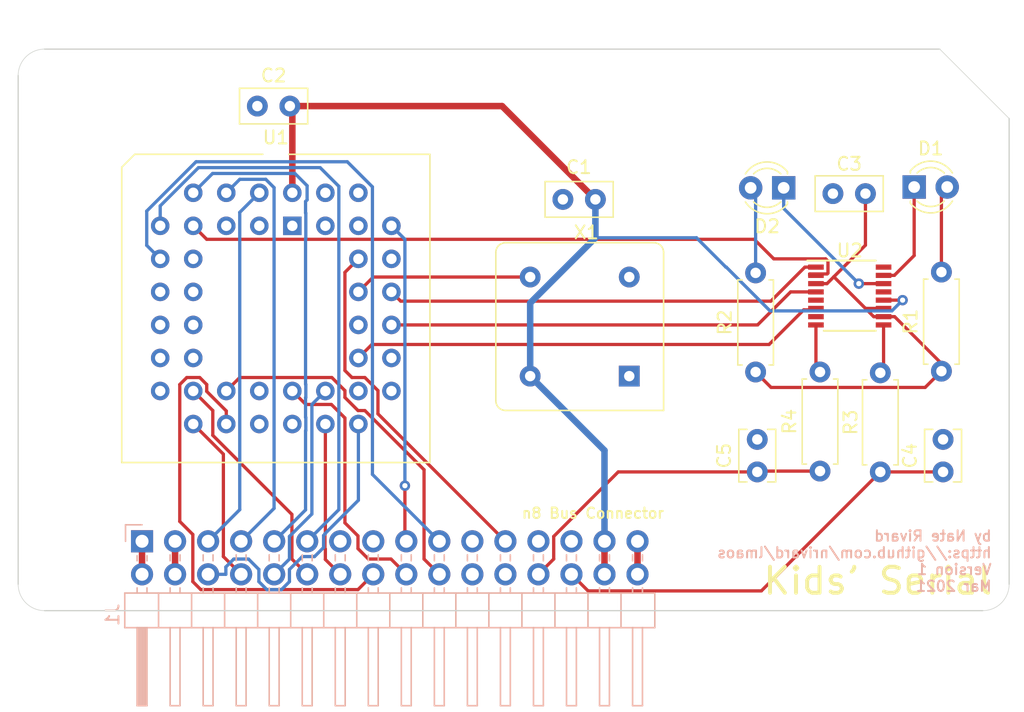
<source format=kicad_pcb>
(kicad_pcb (version 20171130) (host pcbnew "(5.1.9-0-10_14)")

  (general
    (thickness 1.6)
    (drawings 14)
    (tracks 204)
    (zones 0)
    (modules 15)
    (nets 62)
  )

  (page A4)
  (layers
    (0 F.Cu signal)
    (31 B.Cu signal)
    (32 B.Adhes user)
    (33 F.Adhes user)
    (34 B.Paste user)
    (35 F.Paste user)
    (36 B.SilkS user)
    (37 F.SilkS user)
    (38 B.Mask user)
    (39 F.Mask user)
    (40 Dwgs.User user)
    (41 Cmts.User user)
    (42 Eco1.User user)
    (43 Eco2.User user)
    (44 Edge.Cuts user)
    (45 Margin user)
    (46 B.CrtYd user)
    (47 F.CrtYd user)
    (48 B.Fab user)
    (49 F.Fab user)
  )

  (setup
    (last_trace_width 0.2)
    (user_trace_width 0.2)
    (user_trace_width 0.25)
    (trace_clearance 0.2)
    (zone_clearance 0.508)
    (zone_45_only no)
    (trace_min 0.2)
    (via_size 0.8)
    (via_drill 0.4)
    (via_min_size 0.4)
    (via_min_drill 0.3)
    (uvia_size 0.3)
    (uvia_drill 0.1)
    (uvias_allowed no)
    (uvia_min_size 0.2)
    (uvia_min_drill 0.1)
    (edge_width 0.05)
    (segment_width 0.2)
    (pcb_text_width 0.3)
    (pcb_text_size 1.5 1.5)
    (mod_edge_width 0.12)
    (mod_text_size 1 1)
    (mod_text_width 0.15)
    (pad_size 1.2 0.4)
    (pad_drill 0)
    (pad_to_mask_clearance 0)
    (aux_axis_origin 0 0)
    (visible_elements FFFFFF7F)
    (pcbplotparams
      (layerselection 0x010fc_ffffffff)
      (usegerberextensions false)
      (usegerberattributes true)
      (usegerberadvancedattributes true)
      (creategerberjobfile true)
      (excludeedgelayer true)
      (linewidth 0.100000)
      (plotframeref false)
      (viasonmask false)
      (mode 1)
      (useauxorigin false)
      (hpglpennumber 1)
      (hpglpenspeed 20)
      (hpglpendiameter 15.000000)
      (psnegative false)
      (psa4output false)
      (plotreference true)
      (plotvalue true)
      (plotinvisibletext false)
      (padsonsilk false)
      (subtractmaskfromsilk false)
      (outputformat 1)
      (mirror false)
      (drillshape 1)
      (scaleselection 1)
      (outputdirectory ""))
  )

  (net 0 "")
  (net 1 +5V)
  (net 2 GND)
  (net 3 /A0)
  (net 4 /D0)
  (net 5 /A1)
  (net 6 /D1)
  (net 7 /A2)
  (net 8 /D2)
  (net 9 /A3)
  (net 10 /D3)
  (net 11 /A4)
  (net 12 /D4)
  (net 13 /A5)
  (net 14 /D5)
  (net 15 ~CS)
  (net 16 /D6)
  (net 17 R~W)
  (net 18 /D7)
  (net 19 CLK)
  (net 20 ~IRQ)
  (net 21 ~RES)
  (net 22 "Net-(J1-Pad24)")
  (net 23 "Net-(J1-Pad25)")
  (net 24 "Net-(J1-Pad27)")
  (net 25 "Net-(U1-Pad5)")
  (net 26 XTAL_CLK)
  (net 27 "Net-(U1-Pad11)")
  (net 28 "Net-(X1-Pad1)")
  (net 29 +3V3)
  (net 30 USB_D-)
  (net 31 USB_D+)
  (net 32 "Net-(D1-Pad2)")
  (net 33 "Net-(D1-Pad1)")
  (net 34 "Net-(D2-Pad2)")
  (net 35 "Net-(D2-Pad1)")
  (net 36 "Net-(R3-Pad1)")
  (net 37 "Net-(R4-Pad1)")
  (net 38 "Net-(U1-Pad37)")
  (net 39 RxD)
  (net 40 TxD)
  (net 41 "Net-(U1-Pad31)")
  (net 42 "Net-(U1-Pad40)")
  (net 43 "Net-(U1-Pad34)")
  (net 44 ~RTS)
  (net 45 "Net-(U1-Pad30)")
  (net 46 "Net-(U1-Pad29)")
  (net 47 "Net-(U1-Pad23)")
  (net 48 "Net-(U1-Pad17)")
  (net 49 "Net-(U1-Pad15)")
  (net 50 "Net-(U1-Pad13)")
  (net 51 "Net-(U1-Pad16)")
  (net 52 "Net-(U1-Pad14)")
  (net 53 "Net-(U1-Pad10)")
  (net 54 ~CTS)
  (net 55 "Net-(U1-Pad42)")
  (net 56 "Net-(U1-Pad41)")
  (net 57 "Net-(U1-Pad43)")
  (net 58 "Net-(U1-Pad3)")
  (net 59 "Net-(U1-Pad1)")
  (net 60 "Net-(U2-Pad16)")
  (net 61 "Net-(U2-Pad7)")

  (net_class Default "This is the default net class."
    (clearance 0.2)
    (trace_width 0.25)
    (via_dia 0.8)
    (via_drill 0.4)
    (uvia_dia 0.3)
    (uvia_drill 0.1)
    (add_net +3V3)
    (add_net /A0)
    (add_net /A1)
    (add_net /A2)
    (add_net /A3)
    (add_net /A4)
    (add_net /A5)
    (add_net /D0)
    (add_net /D1)
    (add_net /D2)
    (add_net /D3)
    (add_net /D4)
    (add_net /D5)
    (add_net /D6)
    (add_net /D7)
    (add_net CLK)
    (add_net "Net-(D1-Pad1)")
    (add_net "Net-(D1-Pad2)")
    (add_net "Net-(D2-Pad1)")
    (add_net "Net-(D2-Pad2)")
    (add_net "Net-(J1-Pad24)")
    (add_net "Net-(J1-Pad25)")
    (add_net "Net-(J1-Pad27)")
    (add_net "Net-(R3-Pad1)")
    (add_net "Net-(R4-Pad1)")
    (add_net "Net-(U1-Pad1)")
    (add_net "Net-(U1-Pad10)")
    (add_net "Net-(U1-Pad11)")
    (add_net "Net-(U1-Pad13)")
    (add_net "Net-(U1-Pad14)")
    (add_net "Net-(U1-Pad15)")
    (add_net "Net-(U1-Pad16)")
    (add_net "Net-(U1-Pad17)")
    (add_net "Net-(U1-Pad23)")
    (add_net "Net-(U1-Pad29)")
    (add_net "Net-(U1-Pad3)")
    (add_net "Net-(U1-Pad30)")
    (add_net "Net-(U1-Pad31)")
    (add_net "Net-(U1-Pad34)")
    (add_net "Net-(U1-Pad37)")
    (add_net "Net-(U1-Pad40)")
    (add_net "Net-(U1-Pad41)")
    (add_net "Net-(U1-Pad42)")
    (add_net "Net-(U1-Pad43)")
    (add_net "Net-(U1-Pad5)")
    (add_net "Net-(U2-Pad16)")
    (add_net "Net-(U2-Pad7)")
    (add_net "Net-(X1-Pad1)")
    (add_net RxD)
    (add_net R~W)
    (add_net TxD)
    (add_net USB_D+)
    (add_net USB_D-)
    (add_net XTAL_CLK)
    (add_net ~CS)
    (add_net ~CTS)
    (add_net ~IRQ)
    (add_net ~RES)
    (add_net ~RTS)
  )

  (net_class Power ""
    (clearance 0.3)
    (trace_width 0.5)
    (via_dia 0.8)
    (via_drill 0.4)
    (uvia_dia 0.3)
    (uvia_drill 0.1)
    (add_net +5V)
    (add_net GND)
  )

  (module Oscillator:Oscillator_DIP-8 (layer F.Cu) (tedit 58CD3344) (tstamp 604BED86)
    (at 147.574 99.949 90)
    (descr "Oscillator, DIP8,http://cdn-reichelt.de/documents/datenblatt/B400/OSZI.pdf")
    (tags oscillator)
    (path /6051A780)
    (fp_text reference X1 (at 11.049 -3.302 180) (layer F.SilkS)
      (effects (font (size 1 1) (thickness 0.15)))
    )
    (fp_text value 3.6864Mhz (at 3.81 3.74 90) (layer F.Fab)
      (effects (font (size 1 1) (thickness 0.15)))
    )
    (fp_arc (start -1.89 -9.51) (end -2.54 -9.51) (angle 90) (layer F.Fab) (width 0.1))
    (fp_arc (start 9.51 -9.51) (end 9.51 -10.16) (angle 90) (layer F.Fab) (width 0.1))
    (fp_arc (start 9.51 1.89) (end 10.16 1.89) (angle 90) (layer F.Fab) (width 0.1))
    (fp_arc (start -1.89 -9.51) (end -2.64 -9.51) (angle 90) (layer F.SilkS) (width 0.12))
    (fp_arc (start 9.51 -9.51) (end 9.51 -10.26) (angle 90) (layer F.SilkS) (width 0.12))
    (fp_arc (start 9.51 1.89) (end 10.26 1.89) (angle 90) (layer F.SilkS) (width 0.12))
    (fp_arc (start -1.19 -8.81) (end -1.54 -8.81) (angle 90) (layer F.Fab) (width 0.1))
    (fp_arc (start 8.81 -8.81) (end 8.81 -9.16) (angle 90) (layer F.Fab) (width 0.1))
    (fp_arc (start 8.81 1.19) (end 9.16 1.19) (angle 90) (layer F.Fab) (width 0.1))
    (fp_text user %R (at 3.81 -3.81 90) (layer F.Fab)
      (effects (font (size 1 1) (thickness 0.15)))
    )
    (fp_line (start 10.41 2.79) (end 10.41 -10.41) (layer F.CrtYd) (width 0.05))
    (fp_line (start 10.41 -10.41) (end -2.79 -10.41) (layer F.CrtYd) (width 0.05))
    (fp_line (start -2.79 -10.41) (end -2.79 2.79) (layer F.CrtYd) (width 0.05))
    (fp_line (start -2.79 2.79) (end 10.41 2.79) (layer F.CrtYd) (width 0.05))
    (fp_line (start 9.16 1.19) (end 9.16 -8.81) (layer F.Fab) (width 0.1))
    (fp_line (start -1.19 -9.16) (end 8.81 -9.16) (layer F.Fab) (width 0.1))
    (fp_line (start -1.54 1.54) (end -1.54 -8.81) (layer F.Fab) (width 0.1))
    (fp_line (start -1.54 1.54) (end 8.81 1.54) (layer F.Fab) (width 0.1))
    (fp_line (start -2.64 -9.51) (end -2.64 2.64) (layer F.SilkS) (width 0.12))
    (fp_line (start 9.51 -10.26) (end -1.89 -10.26) (layer F.SilkS) (width 0.12))
    (fp_line (start 10.26 1.89) (end 10.26 -9.51) (layer F.SilkS) (width 0.12))
    (fp_line (start -2.64 2.64) (end 9.51 2.64) (layer F.SilkS) (width 0.12))
    (fp_line (start -2.54 2.54) (end 9.51 2.54) (layer F.Fab) (width 0.1))
    (fp_line (start 10.16 -9.51) (end 10.16 1.89) (layer F.Fab) (width 0.1))
    (fp_line (start -1.89 -10.16) (end 9.51 -10.16) (layer F.Fab) (width 0.1))
    (fp_line (start -2.54 2.54) (end -2.54 -9.51) (layer F.Fab) (width 0.1))
    (pad 4 thru_hole circle (at 7.62 0 90) (size 1.6 1.6) (drill 0.8) (layers *.Cu *.Mask)
      (net 2 GND))
    (pad 5 thru_hole circle (at 7.62 -7.62 90) (size 1.6 1.6) (drill 0.8) (layers *.Cu *.Mask)
      (net 26 XTAL_CLK))
    (pad 8 thru_hole circle (at 0 -7.62 90) (size 1.6 1.6) (drill 0.8) (layers *.Cu *.Mask)
      (net 1 +5V))
    (pad 1 thru_hole rect (at 0 0 90) (size 1.6 1.6) (drill 0.8) (layers *.Cu *.Mask)
      (net 28 "Net-(X1-Pad1)"))
    (model ${KISYS3DMOD}/Oscillator.3dshapes/Oscillator_DIP-8.wrl
      (at (xyz 0 0 0))
      (scale (xyz 1 1 1))
      (rotate (xyz 0 0 0))
    )
  )

  (module Package_SO:SSOP-16_3.9x4.9mm_P0.635mm (layer F.Cu) (tedit 6051C637) (tstamp 6051CA27)
    (at 164.5285 93.7895)
    (descr "SSOP16: plastic shrink small outline package; 16 leads; body width 3.9 mm; lead pitch 0.635; (see NXP SSOP-TSSOP-VSO-REFLOW.pdf and sot519-1_po.pdf)")
    (tags "SSOP 0.635")
    (path /6050E37D)
    (attr smd)
    (fp_text reference U2 (at 0 -3.5) (layer F.SilkS)
      (effects (font (size 1 1) (thickness 0.15)))
    )
    (fp_text value FT230XS (at 0 3.5) (layer F.Fab)
      (effects (font (size 1 1) (thickness 0.15)))
    )
    (fp_text user %R (at 0 0) (layer F.Fab)
      (effects (font (size 0.8 0.8) (thickness 0.15)))
    )
    (fp_line (start -0.95 -2.45) (end 1.95 -2.45) (layer F.Fab) (width 0.15))
    (fp_line (start 1.95 -2.45) (end 1.95 2.45) (layer F.Fab) (width 0.15))
    (fp_line (start 1.95 2.45) (end -1.95 2.45) (layer F.Fab) (width 0.15))
    (fp_line (start -1.95 2.45) (end -1.95 -1.45) (layer F.Fab) (width 0.15))
    (fp_line (start -1.95 -1.45) (end -0.95 -2.45) (layer F.Fab) (width 0.15))
    (fp_line (start -3.45 -2.85) (end -3.45 2.8) (layer F.CrtYd) (width 0.05))
    (fp_line (start 3.45 -2.85) (end 3.45 2.8) (layer F.CrtYd) (width 0.05))
    (fp_line (start -3.45 -2.85) (end 3.45 -2.85) (layer F.CrtYd) (width 0.05))
    (fp_line (start -3.45 2.8) (end 3.45 2.8) (layer F.CrtYd) (width 0.05))
    (fp_line (start -2 2.675) (end 2 2.675) (layer F.SilkS) (width 0.15))
    (fp_line (start -3.275 -2.725) (end 2 -2.725) (layer F.SilkS) (width 0.15))
    (pad 16 smd rect (at 2.6 -2.2225) (size 1.2 0.4) (layers F.Cu F.Paste F.Mask)
      (net 60 "Net-(U2-Pad16)"))
    (pad 15 smd rect (at 2.6 -1.5875) (size 1.2 0.4) (layers F.Cu F.Paste F.Mask)
      (net 33 "Net-(D1-Pad1)"))
    (pad 14 smd rect (at 2.6 -0.9525) (size 1.2 0.4) (layers F.Cu F.Paste F.Mask)
      (net 35 "Net-(D2-Pad1)"))
    (pad 13 smd rect (at 2.6 -0.3175) (size 1.2 0.4) (layers F.Cu F.Paste F.Mask)
      (net 2 GND) (clearance 0.2))
    (pad 12 smd rect (at 2.6 0.3175) (size 1.2 0.4) (layers F.Cu F.Paste F.Mask)
      (net 1 +5V) (clearance 0.2))
    (pad 11 smd rect (at 2.6 0.9525) (size 1.2 0.4) (layers F.Cu F.Paste F.Mask)
      (net 29 +3V3) (clearance 0.2))
    (pad 10 smd rect (at 2.6 1.5875) (size 1.2 0.4) (layers F.Cu F.Paste F.Mask)
      (net 29 +3V3))
    (pad 9 smd rect (at 2.6 2.2225) (size 1.2 0.4) (layers F.Cu F.Paste F.Mask)
      (net 36 "Net-(R3-Pad1)"))
    (pad 8 smd rect (at -2.6 2.2225) (size 1.2 0.4) (layers F.Cu F.Paste F.Mask)
      (net 37 "Net-(R4-Pad1)"))
    (pad 7 smd rect (at -2.6 1.5875) (size 1.2 0.4) (layers F.Cu F.Paste F.Mask)
      (net 61 "Net-(U2-Pad7)"))
    (pad 6 smd rect (at -2.6 0.9525) (size 1.2 0.4) (layers F.Cu F.Paste F.Mask)
      (net 44 ~RTS))
    (pad 5 smd rect (at -2.6 0.3175) (size 1.2 0.4) (layers F.Cu F.Paste F.Mask)
      (net 2 GND) (clearance 0.2))
    (pad 4 smd rect (at -2.6 -0.3175) (size 1.2 0.4) (layers F.Cu F.Paste F.Mask)
      (net 40 TxD))
    (pad 3 smd rect (at -2.6 -0.9525) (size 1.2 0.4) (layers F.Cu F.Paste F.Mask)
      (net 29 +3V3) (clearance 0.2))
    (pad 2 smd rect (at -2.6 -1.5875) (size 1.2 0.4) (layers F.Cu F.Paste F.Mask)
      (net 54 ~CTS))
    (pad 1 smd rect (at -2.6 -2.2225) (size 1.2 0.4) (layers F.Cu F.Paste F.Mask)
      (net 39 RxD))
    (model ${KISYS3DMOD}/Package_SO.3dshapes/SSOP-16_3.9x4.9mm_P0.635mm.wrl
      (at (xyz 0 0 0))
      (scale (xyz 1 1 1))
      (rotate (xyz 0 0 0))
    )
  )

  (module Package_LCC:PLCC-44_THT-Socket (layer F.Cu) (tedit 5A02ECC8) (tstamp 6051D923)
    (at 121.666 88.392)
    (descr "PLCC, 44 pins, through hole")
    (tags "plcc leaded")
    (path /60510C3C)
    (fp_text reference U1 (at -1.27 -6.7945) (layer F.SilkS)
      (effects (font (size 1 1) (thickness 0.15)))
    )
    (fp_text value SC28L92_PLC44 (at -1.27 19.1) (layer F.Fab)
      (effects (font (size 1 1) (thickness 0.15)))
    )
    (fp_text user %R (at -1.27 6.35) (layer F.Fab)
      (effects (font (size 1 1) (thickness 0.15)))
    )
    (fp_line (start -12.02 -5.4) (end -13.02 -4.4) (layer F.Fab) (width 0.1))
    (fp_line (start -13.02 -4.4) (end -13.02 18.1) (layer F.Fab) (width 0.1))
    (fp_line (start -13.02 18.1) (end 10.48 18.1) (layer F.Fab) (width 0.1))
    (fp_line (start 10.48 18.1) (end 10.48 -5.4) (layer F.Fab) (width 0.1))
    (fp_line (start 10.48 -5.4) (end -12.02 -5.4) (layer F.Fab) (width 0.1))
    (fp_line (start -13.52 -5.9) (end -13.52 18.6) (layer F.CrtYd) (width 0.05))
    (fp_line (start -13.52 18.6) (end 10.98 18.6) (layer F.CrtYd) (width 0.05))
    (fp_line (start 10.98 18.6) (end 10.98 -5.9) (layer F.CrtYd) (width 0.05))
    (fp_line (start 10.98 -5.9) (end -13.52 -5.9) (layer F.CrtYd) (width 0.05))
    (fp_line (start -10.48 -2.86) (end -10.48 15.56) (layer F.Fab) (width 0.1))
    (fp_line (start -10.48 15.56) (end 7.94 15.56) (layer F.Fab) (width 0.1))
    (fp_line (start 7.94 15.56) (end 7.94 -2.86) (layer F.Fab) (width 0.1))
    (fp_line (start 7.94 -2.86) (end -10.48 -2.86) (layer F.Fab) (width 0.1))
    (fp_line (start -1.77 -5.4) (end -1.27 -4.4) (layer F.Fab) (width 0.1))
    (fp_line (start -1.27 -4.4) (end -0.77 -5.4) (layer F.Fab) (width 0.1))
    (fp_line (start -2.27 -5.5) (end -12.12 -5.5) (layer F.SilkS) (width 0.12))
    (fp_line (start -12.12 -5.5) (end -13.12 -4.5) (layer F.SilkS) (width 0.12))
    (fp_line (start -13.12 -4.5) (end -13.12 18.2) (layer F.SilkS) (width 0.12))
    (fp_line (start -13.12 18.2) (end 10.58 18.2) (layer F.SilkS) (width 0.12))
    (fp_line (start 10.58 18.2) (end 10.58 -5.5) (layer F.SilkS) (width 0.12))
    (fp_line (start 10.58 -5.5) (end -0.27 -5.5) (layer F.SilkS) (width 0.12))
    (pad 39 thru_hole circle (at 7.62 0) (size 1.4224 1.4224) (drill 0.8) (layers *.Cu *.Mask)
      (net 15 ~CS))
    (pad 37 thru_hole circle (at 7.62 2.54) (size 1.4224 1.4224) (drill 0.8) (layers *.Cu *.Mask)
      (net 38 "Net-(U1-Pad37)"))
    (pad 35 thru_hole circle (at 7.62 5.08) (size 1.4224 1.4224) (drill 0.8) (layers *.Cu *.Mask)
      (net 39 RxD))
    (pad 33 thru_hole circle (at 7.62 7.62) (size 1.4224 1.4224) (drill 0.8) (layers *.Cu *.Mask)
      (net 40 TxD))
    (pad 31 thru_hole circle (at 7.62 10.16) (size 1.4224 1.4224) (drill 0.8) (layers *.Cu *.Mask)
      (net 41 "Net-(U1-Pad31)"))
    (pad 40 thru_hole circle (at 5.08 -2.54) (size 1.4224 1.4224) (drill 0.8) (layers *.Cu *.Mask)
      (net 42 "Net-(U1-Pad40)"))
    (pad 38 thru_hole circle (at 5.08 2.54) (size 1.4224 1.4224) (drill 0.8) (layers *.Cu *.Mask)
      (net 21 ~RES))
    (pad 36 thru_hole circle (at 5.08 5.08) (size 1.4224 1.4224) (drill 0.8) (layers *.Cu *.Mask)
      (net 26 XTAL_CLK))
    (pad 34 thru_hole circle (at 5.08 7.62) (size 1.4224 1.4224) (drill 0.8) (layers *.Cu *.Mask)
      (net 43 "Net-(U1-Pad34)"))
    (pad 32 thru_hole circle (at 5.08 10.16) (size 1.4224 1.4224) (drill 0.8) (layers *.Cu *.Mask)
      (net 44 ~RTS))
    (pad 30 thru_hole circle (at 5.08 12.7) (size 1.4224 1.4224) (drill 0.8) (layers *.Cu *.Mask)
      (net 45 "Net-(U1-Pad30)"))
    (pad 28 thru_hole circle (at 5.08 15.24) (size 1.4224 1.4224) (drill 0.8) (layers *.Cu *.Mask)
      (net 4 /D0))
    (pad 26 thru_hole circle (at 2.54 15.24) (size 1.4224 1.4224) (drill 0.8) (layers *.Cu *.Mask)
      (net 12 /D4))
    (pad 24 thru_hole circle (at 0 15.24) (size 1.4224 1.4224) (drill 0.8) (layers *.Cu *.Mask)
      (net 20 ~IRQ))
    (pad 22 thru_hole circle (at -2.54 15.24) (size 1.4224 1.4224) (drill 0.8) (layers *.Cu *.Mask)
      (net 2 GND))
    (pad 20 thru_hole circle (at -5.08 15.24) (size 1.4224 1.4224) (drill 0.8) (layers *.Cu *.Mask)
      (net 14 /D5))
    (pad 18 thru_hole circle (at -7.62 15.24) (size 1.4224 1.4224) (drill 0.8) (layers *.Cu *.Mask)
      (net 6 /D1))
    (pad 29 thru_hole circle (at 7.62 12.7) (size 1.4224 1.4224) (drill 0.8) (layers *.Cu *.Mask)
      (net 46 "Net-(U1-Pad29)"))
    (pad 27 thru_hole circle (at 2.54 12.7) (size 1.4224 1.4224) (drill 0.8) (layers *.Cu *.Mask)
      (net 8 /D2))
    (pad 25 thru_hole circle (at 0 12.7) (size 1.4224 1.4224) (drill 0.8) (layers *.Cu *.Mask)
      (net 16 /D6))
    (pad 23 thru_hole circle (at -2.54 12.7) (size 1.4224 1.4224) (drill 0.8) (layers *.Cu *.Mask)
      (net 47 "Net-(U1-Pad23)"))
    (pad 21 thru_hole circle (at -5.08 12.7) (size 1.4224 1.4224) (drill 0.8) (layers *.Cu *.Mask)
      (net 18 /D7))
    (pad 19 thru_hole circle (at -7.62 12.7) (size 1.4224 1.4224) (drill 0.8) (layers *.Cu *.Mask)
      (net 10 /D3))
    (pad 17 thru_hole circle (at -10.16 12.7) (size 1.4224 1.4224) (drill 0.8) (layers *.Cu *.Mask)
      (net 48 "Net-(U1-Pad17)"))
    (pad 15 thru_hole circle (at -10.16 10.16) (size 1.4224 1.4224) (drill 0.8) (layers *.Cu *.Mask)
      (net 49 "Net-(U1-Pad15)"))
    (pad 13 thru_hole circle (at -10.16 7.62) (size 1.4224 1.4224) (drill 0.8) (layers *.Cu *.Mask)
      (net 50 "Net-(U1-Pad13)"))
    (pad 11 thru_hole circle (at -10.16 5.08) (size 1.4224 1.4224) (drill 0.8) (layers *.Cu *.Mask)
      (net 27 "Net-(U1-Pad11)"))
    (pad 9 thru_hole circle (at -10.16 2.54) (size 1.4224 1.4224) (drill 0.8) (layers *.Cu *.Mask)
      (net 17 R~W))
    (pad 7 thru_hole circle (at -10.16 0) (size 1.4224 1.4224) (drill 0.8) (layers *.Cu *.Mask)
      (net 9 /A3))
    (pad 16 thru_hole circle (at -7.62 10.16) (size 1.4224 1.4224) (drill 0.8) (layers *.Cu *.Mask)
      (net 51 "Net-(U1-Pad16)"))
    (pad 14 thru_hole circle (at -7.62 7.62) (size 1.4224 1.4224) (drill 0.8) (layers *.Cu *.Mask)
      (net 52 "Net-(U1-Pad14)"))
    (pad 12 thru_hole circle (at -7.62 5.08) (size 1.4224 1.4224) (drill 0.8) (layers *.Cu *.Mask)
      (net 2 GND))
    (pad 10 thru_hole circle (at -7.62 2.54) (size 1.4224 1.4224) (drill 0.8) (layers *.Cu *.Mask)
      (net 53 "Net-(U1-Pad10)"))
    (pad 8 thru_hole circle (at -7.62 0) (size 1.4224 1.4224) (drill 0.8) (layers *.Cu *.Mask)
      (net 54 ~CTS))
    (pad 42 thru_hole circle (at 2.54 -2.54) (size 1.4224 1.4224) (drill 0.8) (layers *.Cu *.Mask)
      (net 55 "Net-(U1-Pad42)"))
    (pad 44 thru_hole circle (at 0 -2.54) (size 1.4224 1.4224) (drill 0.8) (layers *.Cu *.Mask)
      (net 1 +5V))
    (pad 6 thru_hole circle (at -7.62 -2.54) (size 1.4224 1.4224) (drill 0.8) (layers *.Cu *.Mask)
      (net 7 /A2))
    (pad 4 thru_hole circle (at -5.08 -2.54) (size 1.4224 1.4224) (drill 0.8) (layers *.Cu *.Mask)
      (net 5 /A1))
    (pad 2 thru_hole circle (at -2.54 -2.54) (size 1.4224 1.4224) (drill 0.8) (layers *.Cu *.Mask)
      (net 3 /A0))
    (pad 41 thru_hole circle (at 5.08 0) (size 1.4224 1.4224) (drill 0.8) (layers *.Cu *.Mask)
      (net 56 "Net-(U1-Pad41)"))
    (pad 43 thru_hole circle (at 2.54 0) (size 1.4224 1.4224) (drill 0.8) (layers *.Cu *.Mask)
      (net 57 "Net-(U1-Pad43)"))
    (pad 5 thru_hole circle (at -5.08 0) (size 1.4224 1.4224) (drill 0.8) (layers *.Cu *.Mask)
      (net 25 "Net-(U1-Pad5)"))
    (pad 3 thru_hole circle (at -2.54 0) (size 1.4224 1.4224) (drill 0.8) (layers *.Cu *.Mask)
      (net 58 "Net-(U1-Pad3)"))
    (pad 1 thru_hole rect (at 0 0) (size 1.4224 1.4224) (drill 0.8) (layers *.Cu *.Mask)
      (net 59 "Net-(U1-Pad1)"))
    (model ${KISYS3DMOD}/Package_LCC.3dshapes/PLCC-44_THT-Socket.wrl
      (at (xyz 0 0 0))
      (scale (xyz 1 1 1))
      (rotate (xyz 0 0 0))
    )
  )

  (module Resistor_THT:R_Axial_DIN0207_L6.3mm_D2.5mm_P7.62mm_Horizontal (layer F.Cu) (tedit 5AE5139B) (tstamp 6051C9C1)
    (at 162.2425 99.6315 270)
    (descr "Resistor, Axial_DIN0207 series, Axial, Horizontal, pin pitch=7.62mm, 0.25W = 1/4W, length*diameter=6.3*2.5mm^2, http://cdn-reichelt.de/documents/datenblatt/B400/1_4W%23YAG.pdf")
    (tags "Resistor Axial_DIN0207 series Axial Horizontal pin pitch 7.62mm 0.25W = 1/4W length 6.3mm diameter 2.5mm")
    (path /6060BDC1)
    (fp_text reference R4 (at 3.81 2.3495 90) (layer F.SilkS)
      (effects (font (size 1 1) (thickness 0.15)))
    )
    (fp_text value 27 (at 3.81 2.37 90) (layer F.Fab)
      (effects (font (size 1 1) (thickness 0.15)))
    )
    (fp_text user %R (at 3.81 0 90) (layer F.Fab)
      (effects (font (size 1 1) (thickness 0.15)))
    )
    (fp_line (start 0.66 -1.25) (end 0.66 1.25) (layer F.Fab) (width 0.1))
    (fp_line (start 0.66 1.25) (end 6.96 1.25) (layer F.Fab) (width 0.1))
    (fp_line (start 6.96 1.25) (end 6.96 -1.25) (layer F.Fab) (width 0.1))
    (fp_line (start 6.96 -1.25) (end 0.66 -1.25) (layer F.Fab) (width 0.1))
    (fp_line (start 0 0) (end 0.66 0) (layer F.Fab) (width 0.1))
    (fp_line (start 7.62 0) (end 6.96 0) (layer F.Fab) (width 0.1))
    (fp_line (start 0.54 -1.04) (end 0.54 -1.37) (layer F.SilkS) (width 0.12))
    (fp_line (start 0.54 -1.37) (end 7.08 -1.37) (layer F.SilkS) (width 0.12))
    (fp_line (start 7.08 -1.37) (end 7.08 -1.04) (layer F.SilkS) (width 0.12))
    (fp_line (start 0.54 1.04) (end 0.54 1.37) (layer F.SilkS) (width 0.12))
    (fp_line (start 0.54 1.37) (end 7.08 1.37) (layer F.SilkS) (width 0.12))
    (fp_line (start 7.08 1.37) (end 7.08 1.04) (layer F.SilkS) (width 0.12))
    (fp_line (start -1.05 -1.5) (end -1.05 1.5) (layer F.CrtYd) (width 0.05))
    (fp_line (start -1.05 1.5) (end 8.67 1.5) (layer F.CrtYd) (width 0.05))
    (fp_line (start 8.67 1.5) (end 8.67 -1.5) (layer F.CrtYd) (width 0.05))
    (fp_line (start 8.67 -1.5) (end -1.05 -1.5) (layer F.CrtYd) (width 0.05))
    (pad 2 thru_hole oval (at 7.62 0 270) (size 1.6 1.6) (drill 0.8) (layers *.Cu *.Mask)
      (net 31 USB_D+))
    (pad 1 thru_hole circle (at 0 0 270) (size 1.6 1.6) (drill 0.8) (layers *.Cu *.Mask)
      (net 37 "Net-(R4-Pad1)"))
    (model ${KISYS3DMOD}/Resistor_THT.3dshapes/R_Axial_DIN0207_L6.3mm_D2.5mm_P7.62mm_Horizontal.wrl
      (at (xyz 0 0 0))
      (scale (xyz 1 1 1))
      (rotate (xyz 0 0 0))
    )
  )

  (module Resistor_THT:R_Axial_DIN0207_L6.3mm_D2.5mm_P7.62mm_Horizontal (layer F.Cu) (tedit 5AE5139B) (tstamp 6051CFEA)
    (at 166.878 99.695 270)
    (descr "Resistor, Axial_DIN0207 series, Axial, Horizontal, pin pitch=7.62mm, 0.25W = 1/4W, length*diameter=6.3*2.5mm^2, http://cdn-reichelt.de/documents/datenblatt/B400/1_4W%23YAG.pdf")
    (tags "Resistor Axial_DIN0207 series Axial Horizontal pin pitch 7.62mm 0.25W = 1/4W length 6.3mm diameter 2.5mm")
    (path /6060B7DF)
    (fp_text reference R3 (at 3.81 2.286 90) (layer F.SilkS)
      (effects (font (size 1 1) (thickness 0.15)))
    )
    (fp_text value 27 (at 3.81 2.37 90) (layer F.Fab)
      (effects (font (size 1 1) (thickness 0.15)))
    )
    (fp_text user %R (at 3.81 0 90) (layer F.Fab)
      (effects (font (size 1 1) (thickness 0.15)))
    )
    (fp_line (start 0.66 -1.25) (end 0.66 1.25) (layer F.Fab) (width 0.1))
    (fp_line (start 0.66 1.25) (end 6.96 1.25) (layer F.Fab) (width 0.1))
    (fp_line (start 6.96 1.25) (end 6.96 -1.25) (layer F.Fab) (width 0.1))
    (fp_line (start 6.96 -1.25) (end 0.66 -1.25) (layer F.Fab) (width 0.1))
    (fp_line (start 0 0) (end 0.66 0) (layer F.Fab) (width 0.1))
    (fp_line (start 7.62 0) (end 6.96 0) (layer F.Fab) (width 0.1))
    (fp_line (start 0.54 -1.04) (end 0.54 -1.37) (layer F.SilkS) (width 0.12))
    (fp_line (start 0.54 -1.37) (end 7.08 -1.37) (layer F.SilkS) (width 0.12))
    (fp_line (start 7.08 -1.37) (end 7.08 -1.04) (layer F.SilkS) (width 0.12))
    (fp_line (start 0.54 1.04) (end 0.54 1.37) (layer F.SilkS) (width 0.12))
    (fp_line (start 0.54 1.37) (end 7.08 1.37) (layer F.SilkS) (width 0.12))
    (fp_line (start 7.08 1.37) (end 7.08 1.04) (layer F.SilkS) (width 0.12))
    (fp_line (start -1.05 -1.5) (end -1.05 1.5) (layer F.CrtYd) (width 0.05))
    (fp_line (start -1.05 1.5) (end 8.67 1.5) (layer F.CrtYd) (width 0.05))
    (fp_line (start 8.67 1.5) (end 8.67 -1.5) (layer F.CrtYd) (width 0.05))
    (fp_line (start 8.67 -1.5) (end -1.05 -1.5) (layer F.CrtYd) (width 0.05))
    (pad 2 thru_hole oval (at 7.62 0 270) (size 1.6 1.6) (drill 0.8) (layers *.Cu *.Mask)
      (net 30 USB_D-))
    (pad 1 thru_hole circle (at 0 0 270) (size 1.6 1.6) (drill 0.8) (layers *.Cu *.Mask)
      (net 36 "Net-(R3-Pad1)"))
    (model ${KISYS3DMOD}/Resistor_THT.3dshapes/R_Axial_DIN0207_L6.3mm_D2.5mm_P7.62mm_Horizontal.wrl
      (at (xyz 0 0 0))
      (scale (xyz 1 1 1))
      (rotate (xyz 0 0 0))
    )
  )

  (module Resistor_THT:R_Axial_DIN0207_L6.3mm_D2.5mm_P7.62mm_Horizontal (layer F.Cu) (tedit 5AE5139B) (tstamp 6051C993)
    (at 157.2895 99.6315 90)
    (descr "Resistor, Axial_DIN0207 series, Axial, Horizontal, pin pitch=7.62mm, 0.25W = 1/4W, length*diameter=6.3*2.5mm^2, http://cdn-reichelt.de/documents/datenblatt/B400/1_4W%23YAG.pdf")
    (tags "Resistor Axial_DIN0207 series Axial Horizontal pin pitch 7.62mm 0.25W = 1/4W length 6.3mm diameter 2.5mm")
    (path /6059DC6F)
    (fp_text reference R2 (at 3.81 -2.37 90) (layer F.SilkS)
      (effects (font (size 1 1) (thickness 0.15)))
    )
    (fp_text value 330 (at 3.81 2.37 90) (layer F.Fab)
      (effects (font (size 1 1) (thickness 0.15)))
    )
    (fp_text user %R (at 3.81 0 90) (layer F.Fab)
      (effects (font (size 1 1) (thickness 0.15)))
    )
    (fp_line (start 0.66 -1.25) (end 0.66 1.25) (layer F.Fab) (width 0.1))
    (fp_line (start 0.66 1.25) (end 6.96 1.25) (layer F.Fab) (width 0.1))
    (fp_line (start 6.96 1.25) (end 6.96 -1.25) (layer F.Fab) (width 0.1))
    (fp_line (start 6.96 -1.25) (end 0.66 -1.25) (layer F.Fab) (width 0.1))
    (fp_line (start 0 0) (end 0.66 0) (layer F.Fab) (width 0.1))
    (fp_line (start 7.62 0) (end 6.96 0) (layer F.Fab) (width 0.1))
    (fp_line (start 0.54 -1.04) (end 0.54 -1.37) (layer F.SilkS) (width 0.12))
    (fp_line (start 0.54 -1.37) (end 7.08 -1.37) (layer F.SilkS) (width 0.12))
    (fp_line (start 7.08 -1.37) (end 7.08 -1.04) (layer F.SilkS) (width 0.12))
    (fp_line (start 0.54 1.04) (end 0.54 1.37) (layer F.SilkS) (width 0.12))
    (fp_line (start 0.54 1.37) (end 7.08 1.37) (layer F.SilkS) (width 0.12))
    (fp_line (start 7.08 1.37) (end 7.08 1.04) (layer F.SilkS) (width 0.12))
    (fp_line (start -1.05 -1.5) (end -1.05 1.5) (layer F.CrtYd) (width 0.05))
    (fp_line (start -1.05 1.5) (end 8.67 1.5) (layer F.CrtYd) (width 0.05))
    (fp_line (start 8.67 1.5) (end 8.67 -1.5) (layer F.CrtYd) (width 0.05))
    (fp_line (start 8.67 -1.5) (end -1.05 -1.5) (layer F.CrtYd) (width 0.05))
    (pad 2 thru_hole oval (at 7.62 0 90) (size 1.6 1.6) (drill 0.8) (layers *.Cu *.Mask)
      (net 34 "Net-(D2-Pad2)"))
    (pad 1 thru_hole circle (at 0 0 90) (size 1.6 1.6) (drill 0.8) (layers *.Cu *.Mask)
      (net 29 +3V3))
    (model ${KISYS3DMOD}/Resistor_THT.3dshapes/R_Axial_DIN0207_L6.3mm_D2.5mm_P7.62mm_Horizontal.wrl
      (at (xyz 0 0 0))
      (scale (xyz 1 1 1))
      (rotate (xyz 0 0 0))
    )
  )

  (module Resistor_THT:R_Axial_DIN0207_L6.3mm_D2.5mm_P7.62mm_Horizontal (layer F.Cu) (tedit 5AE5139B) (tstamp 6051C97C)
    (at 171.577 99.568 90)
    (descr "Resistor, Axial_DIN0207 series, Axial, Horizontal, pin pitch=7.62mm, 0.25W = 1/4W, length*diameter=6.3*2.5mm^2, http://cdn-reichelt.de/documents/datenblatt/B400/1_4W%23YAG.pdf")
    (tags "Resistor Axial_DIN0207 series Axial Horizontal pin pitch 7.62mm 0.25W = 1/4W length 6.3mm diameter 2.5mm")
    (path /6059DA66)
    (fp_text reference R1 (at 3.81 -2.37 90) (layer F.SilkS)
      (effects (font (size 1 1) (thickness 0.15)))
    )
    (fp_text value 330 (at 3.81 2.37 90) (layer F.Fab)
      (effects (font (size 1 1) (thickness 0.15)))
    )
    (fp_text user %R (at 3.81 0 90) (layer F.Fab)
      (effects (font (size 1 1) (thickness 0.15)))
    )
    (fp_line (start 0.66 -1.25) (end 0.66 1.25) (layer F.Fab) (width 0.1))
    (fp_line (start 0.66 1.25) (end 6.96 1.25) (layer F.Fab) (width 0.1))
    (fp_line (start 6.96 1.25) (end 6.96 -1.25) (layer F.Fab) (width 0.1))
    (fp_line (start 6.96 -1.25) (end 0.66 -1.25) (layer F.Fab) (width 0.1))
    (fp_line (start 0 0) (end 0.66 0) (layer F.Fab) (width 0.1))
    (fp_line (start 7.62 0) (end 6.96 0) (layer F.Fab) (width 0.1))
    (fp_line (start 0.54 -1.04) (end 0.54 -1.37) (layer F.SilkS) (width 0.12))
    (fp_line (start 0.54 -1.37) (end 7.08 -1.37) (layer F.SilkS) (width 0.12))
    (fp_line (start 7.08 -1.37) (end 7.08 -1.04) (layer F.SilkS) (width 0.12))
    (fp_line (start 0.54 1.04) (end 0.54 1.37) (layer F.SilkS) (width 0.12))
    (fp_line (start 0.54 1.37) (end 7.08 1.37) (layer F.SilkS) (width 0.12))
    (fp_line (start 7.08 1.37) (end 7.08 1.04) (layer F.SilkS) (width 0.12))
    (fp_line (start -1.05 -1.5) (end -1.05 1.5) (layer F.CrtYd) (width 0.05))
    (fp_line (start -1.05 1.5) (end 8.67 1.5) (layer F.CrtYd) (width 0.05))
    (fp_line (start 8.67 1.5) (end 8.67 -1.5) (layer F.CrtYd) (width 0.05))
    (fp_line (start 8.67 -1.5) (end -1.05 -1.5) (layer F.CrtYd) (width 0.05))
    (pad 2 thru_hole oval (at 7.62 0 90) (size 1.6 1.6) (drill 0.8) (layers *.Cu *.Mask)
      (net 32 "Net-(D1-Pad2)"))
    (pad 1 thru_hole circle (at 0 0 90) (size 1.6 1.6) (drill 0.8) (layers *.Cu *.Mask)
      (net 29 +3V3))
    (model ${KISYS3DMOD}/Resistor_THT.3dshapes/R_Axial_DIN0207_L6.3mm_D2.5mm_P7.62mm_Horizontal.wrl
      (at (xyz 0 0 0))
      (scale (xyz 1 1 1))
      (rotate (xyz 0 0 0))
    )
  )

  (module LED_THT:LED_D3.0mm (layer F.Cu) (tedit 587A3A7B) (tstamp 6051C735)
    (at 159.4485 85.471 180)
    (descr "LED, diameter 3.0mm, 2 pins")
    (tags "LED diameter 3.0mm 2 pins")
    (path /60552B83)
    (fp_text reference D2 (at 1.27 -2.96) (layer F.SilkS)
      (effects (font (size 1 1) (thickness 0.15)))
    )
    (fp_text value RX (at 1.27 2.96) (layer F.Fab)
      (effects (font (size 1 1) (thickness 0.15)))
    )
    (fp_arc (start 1.27 0) (end 0.229039 1.08) (angle -87.9) (layer F.SilkS) (width 0.12))
    (fp_arc (start 1.27 0) (end 0.229039 -1.08) (angle 87.9) (layer F.SilkS) (width 0.12))
    (fp_arc (start 1.27 0) (end -0.29 1.235516) (angle -108.8) (layer F.SilkS) (width 0.12))
    (fp_arc (start 1.27 0) (end -0.29 -1.235516) (angle 108.8) (layer F.SilkS) (width 0.12))
    (fp_arc (start 1.27 0) (end -0.23 -1.16619) (angle 284.3) (layer F.Fab) (width 0.1))
    (fp_circle (center 1.27 0) (end 2.77 0) (layer F.Fab) (width 0.1))
    (fp_line (start -0.23 -1.16619) (end -0.23 1.16619) (layer F.Fab) (width 0.1))
    (fp_line (start -0.29 -1.236) (end -0.29 -1.08) (layer F.SilkS) (width 0.12))
    (fp_line (start -0.29 1.08) (end -0.29 1.236) (layer F.SilkS) (width 0.12))
    (fp_line (start -1.15 -2.25) (end -1.15 2.25) (layer F.CrtYd) (width 0.05))
    (fp_line (start -1.15 2.25) (end 3.7 2.25) (layer F.CrtYd) (width 0.05))
    (fp_line (start 3.7 2.25) (end 3.7 -2.25) (layer F.CrtYd) (width 0.05))
    (fp_line (start 3.7 -2.25) (end -1.15 -2.25) (layer F.CrtYd) (width 0.05))
    (pad 2 thru_hole circle (at 2.54 0 180) (size 1.8 1.8) (drill 0.9) (layers *.Cu *.Mask)
      (net 34 "Net-(D2-Pad2)"))
    (pad 1 thru_hole rect (at 0 0 180) (size 1.8 1.8) (drill 0.9) (layers *.Cu *.Mask)
      (net 35 "Net-(D2-Pad1)"))
    (model ${KISYS3DMOD}/LED_THT.3dshapes/LED_D3.0mm.wrl
      (at (xyz 0 0 0))
      (scale (xyz 1 1 1))
      (rotate (xyz 0 0 0))
    )
  )

  (module LED_THT:LED_D3.0mm (layer F.Cu) (tedit 587A3A7B) (tstamp 6051C722)
    (at 169.4815 85.4075)
    (descr "LED, diameter 3.0mm, 2 pins")
    (tags "LED diameter 3.0mm 2 pins")
    (path /605526F4)
    (fp_text reference D1 (at 1.27 -2.96) (layer F.SilkS)
      (effects (font (size 1 1) (thickness 0.15)))
    )
    (fp_text value TX (at 1.27 2.96) (layer F.Fab)
      (effects (font (size 1 1) (thickness 0.15)))
    )
    (fp_arc (start 1.27 0) (end 0.229039 1.08) (angle -87.9) (layer F.SilkS) (width 0.12))
    (fp_arc (start 1.27 0) (end 0.229039 -1.08) (angle 87.9) (layer F.SilkS) (width 0.12))
    (fp_arc (start 1.27 0) (end -0.29 1.235516) (angle -108.8) (layer F.SilkS) (width 0.12))
    (fp_arc (start 1.27 0) (end -0.29 -1.235516) (angle 108.8) (layer F.SilkS) (width 0.12))
    (fp_arc (start 1.27 0) (end -0.23 -1.16619) (angle 284.3) (layer F.Fab) (width 0.1))
    (fp_circle (center 1.27 0) (end 2.77 0) (layer F.Fab) (width 0.1))
    (fp_line (start -0.23 -1.16619) (end -0.23 1.16619) (layer F.Fab) (width 0.1))
    (fp_line (start -0.29 -1.236) (end -0.29 -1.08) (layer F.SilkS) (width 0.12))
    (fp_line (start -0.29 1.08) (end -0.29 1.236) (layer F.SilkS) (width 0.12))
    (fp_line (start -1.15 -2.25) (end -1.15 2.25) (layer F.CrtYd) (width 0.05))
    (fp_line (start -1.15 2.25) (end 3.7 2.25) (layer F.CrtYd) (width 0.05))
    (fp_line (start 3.7 2.25) (end 3.7 -2.25) (layer F.CrtYd) (width 0.05))
    (fp_line (start 3.7 -2.25) (end -1.15 -2.25) (layer F.CrtYd) (width 0.05))
    (pad 2 thru_hole circle (at 2.54 0) (size 1.8 1.8) (drill 0.9) (layers *.Cu *.Mask)
      (net 32 "Net-(D1-Pad2)"))
    (pad 1 thru_hole rect (at 0 0) (size 1.8 1.8) (drill 0.9) (layers *.Cu *.Mask)
      (net 33 "Net-(D1-Pad1)"))
    (model ${KISYS3DMOD}/LED_THT.3dshapes/LED_D3.0mm.wrl
      (at (xyz 0 0 0))
      (scale (xyz 1 1 1))
      (rotate (xyz 0 0 0))
    )
  )

  (module Capacitor_THT:C_Disc_D3.8mm_W2.6mm_P2.50mm (layer F.Cu) (tedit 5AE50EF0) (tstamp 6051C70F)
    (at 157.4165 107.315 90)
    (descr "C, Disc series, Radial, pin pitch=2.50mm, , diameter*width=3.8*2.6mm^2, Capacitor, http://www.vishay.com/docs/45233/krseries.pdf")
    (tags "C Disc series Radial pin pitch 2.50mm  diameter 3.8mm width 2.6mm Capacitor")
    (path /6061B7CD)
    (fp_text reference C5 (at 1.25 -2.55 90) (layer F.SilkS)
      (effects (font (size 1 1) (thickness 0.15)))
    )
    (fp_text value 47pF (at 1.25 2.55 90) (layer F.Fab)
      (effects (font (size 1 1) (thickness 0.15)))
    )
    (fp_text user %R (at 1.25 0 90) (layer F.Fab)
      (effects (font (size 0.76 0.76) (thickness 0.114)))
    )
    (fp_line (start -0.65 -1.3) (end -0.65 1.3) (layer F.Fab) (width 0.1))
    (fp_line (start -0.65 1.3) (end 3.15 1.3) (layer F.Fab) (width 0.1))
    (fp_line (start 3.15 1.3) (end 3.15 -1.3) (layer F.Fab) (width 0.1))
    (fp_line (start 3.15 -1.3) (end -0.65 -1.3) (layer F.Fab) (width 0.1))
    (fp_line (start -0.77 -1.42) (end 3.27 -1.42) (layer F.SilkS) (width 0.12))
    (fp_line (start -0.77 1.42) (end 3.27 1.42) (layer F.SilkS) (width 0.12))
    (fp_line (start -0.77 -1.42) (end -0.77 -0.795) (layer F.SilkS) (width 0.12))
    (fp_line (start -0.77 0.795) (end -0.77 1.42) (layer F.SilkS) (width 0.12))
    (fp_line (start 3.27 -1.42) (end 3.27 -0.795) (layer F.SilkS) (width 0.12))
    (fp_line (start 3.27 0.795) (end 3.27 1.42) (layer F.SilkS) (width 0.12))
    (fp_line (start -1.05 -1.55) (end -1.05 1.55) (layer F.CrtYd) (width 0.05))
    (fp_line (start -1.05 1.55) (end 3.55 1.55) (layer F.CrtYd) (width 0.05))
    (fp_line (start 3.55 1.55) (end 3.55 -1.55) (layer F.CrtYd) (width 0.05))
    (fp_line (start 3.55 -1.55) (end -1.05 -1.55) (layer F.CrtYd) (width 0.05))
    (pad 2 thru_hole circle (at 2.5 0 90) (size 1.6 1.6) (drill 0.8) (layers *.Cu *.Mask)
      (net 2 GND))
    (pad 1 thru_hole circle (at 0 0 90) (size 1.6 1.6) (drill 0.8) (layers *.Cu *.Mask)
      (net 31 USB_D+))
    (model ${KISYS3DMOD}/Capacitor_THT.3dshapes/C_Disc_D3.8mm_W2.6mm_P2.50mm.wrl
      (at (xyz 0 0 0))
      (scale (xyz 1 1 1))
      (rotate (xyz 0 0 0))
    )
  )

  (module Capacitor_THT:C_Disc_D3.8mm_W2.6mm_P2.50mm (layer F.Cu) (tedit 5AE50EF0) (tstamp 6051C6FA)
    (at 171.704 107.315 90)
    (descr "C, Disc series, Radial, pin pitch=2.50mm, , diameter*width=3.8*2.6mm^2, Capacitor, http://www.vishay.com/docs/45233/krseries.pdf")
    (tags "C Disc series Radial pin pitch 2.50mm  diameter 3.8mm width 2.6mm Capacitor")
    (path /6061B0A9)
    (fp_text reference C4 (at 1.25 -2.55 90) (layer F.SilkS)
      (effects (font (size 1 1) (thickness 0.15)))
    )
    (fp_text value 47pF (at 1.25 2.55 90) (layer F.Fab)
      (effects (font (size 1 1) (thickness 0.15)))
    )
    (fp_text user %R (at 1.25 0 90) (layer F.Fab)
      (effects (font (size 0.76 0.76) (thickness 0.114)))
    )
    (fp_line (start -0.65 -1.3) (end -0.65 1.3) (layer F.Fab) (width 0.1))
    (fp_line (start -0.65 1.3) (end 3.15 1.3) (layer F.Fab) (width 0.1))
    (fp_line (start 3.15 1.3) (end 3.15 -1.3) (layer F.Fab) (width 0.1))
    (fp_line (start 3.15 -1.3) (end -0.65 -1.3) (layer F.Fab) (width 0.1))
    (fp_line (start -0.77 -1.42) (end 3.27 -1.42) (layer F.SilkS) (width 0.12))
    (fp_line (start -0.77 1.42) (end 3.27 1.42) (layer F.SilkS) (width 0.12))
    (fp_line (start -0.77 -1.42) (end -0.77 -0.795) (layer F.SilkS) (width 0.12))
    (fp_line (start -0.77 0.795) (end -0.77 1.42) (layer F.SilkS) (width 0.12))
    (fp_line (start 3.27 -1.42) (end 3.27 -0.795) (layer F.SilkS) (width 0.12))
    (fp_line (start 3.27 0.795) (end 3.27 1.42) (layer F.SilkS) (width 0.12))
    (fp_line (start -1.05 -1.55) (end -1.05 1.55) (layer F.CrtYd) (width 0.05))
    (fp_line (start -1.05 1.55) (end 3.55 1.55) (layer F.CrtYd) (width 0.05))
    (fp_line (start 3.55 1.55) (end 3.55 -1.55) (layer F.CrtYd) (width 0.05))
    (fp_line (start 3.55 -1.55) (end -1.05 -1.55) (layer F.CrtYd) (width 0.05))
    (pad 2 thru_hole circle (at 2.5 0 90) (size 1.6 1.6) (drill 0.8) (layers *.Cu *.Mask)
      (net 2 GND))
    (pad 1 thru_hole circle (at 0 0 90) (size 1.6 1.6) (drill 0.8) (layers *.Cu *.Mask)
      (net 30 USB_D-))
    (model ${KISYS3DMOD}/Capacitor_THT.3dshapes/C_Disc_D3.8mm_W2.6mm_P2.50mm.wrl
      (at (xyz 0 0 0))
      (scale (xyz 1 1 1))
      (rotate (xyz 0 0 0))
    )
  )

  (module Capacitor_THT:C_Disc_D5.0mm_W2.5mm_P2.50mm (layer F.Cu) (tedit 5AE50EF0) (tstamp 6051C6E5)
    (at 165.735 85.9155 180)
    (descr "C, Disc series, Radial, pin pitch=2.50mm, , diameter*width=5*2.5mm^2, Capacitor, http://cdn-reichelt.de/documents/datenblatt/B300/DS_KERKO_TC.pdf")
    (tags "C Disc series Radial pin pitch 2.50mm  diameter 5mm width 2.5mm Capacitor")
    (path /605B5BBC)
    (fp_text reference C3 (at 1.25 2.286) (layer F.SilkS)
      (effects (font (size 1 1) (thickness 0.15)))
    )
    (fp_text value 100nF (at 1.25 2.5) (layer F.Fab)
      (effects (font (size 1 1) (thickness 0.15)))
    )
    (fp_text user %R (at 1.25 0) (layer F.Fab)
      (effects (font (size 1 1) (thickness 0.15)))
    )
    (fp_line (start -1.25 -1.25) (end -1.25 1.25) (layer F.Fab) (width 0.1))
    (fp_line (start -1.25 1.25) (end 3.75 1.25) (layer F.Fab) (width 0.1))
    (fp_line (start 3.75 1.25) (end 3.75 -1.25) (layer F.Fab) (width 0.1))
    (fp_line (start 3.75 -1.25) (end -1.25 -1.25) (layer F.Fab) (width 0.1))
    (fp_line (start -1.37 -1.37) (end 3.87 -1.37) (layer F.SilkS) (width 0.12))
    (fp_line (start -1.37 1.37) (end 3.87 1.37) (layer F.SilkS) (width 0.12))
    (fp_line (start -1.37 -1.37) (end -1.37 1.37) (layer F.SilkS) (width 0.12))
    (fp_line (start 3.87 -1.37) (end 3.87 1.37) (layer F.SilkS) (width 0.12))
    (fp_line (start -1.5 -1.5) (end -1.5 1.5) (layer F.CrtYd) (width 0.05))
    (fp_line (start -1.5 1.5) (end 4 1.5) (layer F.CrtYd) (width 0.05))
    (fp_line (start 4 1.5) (end 4 -1.5) (layer F.CrtYd) (width 0.05))
    (fp_line (start 4 -1.5) (end -1.5 -1.5) (layer F.CrtYd) (width 0.05))
    (pad 2 thru_hole circle (at 2.5 0 180) (size 1.6 1.6) (drill 0.8) (layers *.Cu *.Mask)
      (net 2 GND))
    (pad 1 thru_hole circle (at 0 0 180) (size 1.6 1.6) (drill 0.8) (layers *.Cu *.Mask)
      (net 29 +3V3))
    (model ${KISYS3DMOD}/Capacitor_THT.3dshapes/C_Disc_D5.0mm_W2.5mm_P2.50mm.wrl
      (at (xyz 0 0 0))
      (scale (xyz 1 1 1))
      (rotate (xyz 0 0 0))
    )
  )

  (module Capacitor_THT:C_Disc_D5.0mm_W2.5mm_P2.50mm (layer F.Cu) (tedit 5AE50EF0) (tstamp 6051D9BF)
    (at 121.4755 79.1845 180)
    (descr "C, Disc series, Radial, pin pitch=2.50mm, , diameter*width=5*2.5mm^2, Capacitor, http://cdn-reichelt.de/documents/datenblatt/B300/DS_KERKO_TC.pdf")
    (tags "C Disc series Radial pin pitch 2.50mm  diameter 5mm width 2.5mm Capacitor")
    (path /60652BE8)
    (fp_text reference C2 (at 1.25 2.3495) (layer F.SilkS)
      (effects (font (size 1 1) (thickness 0.15)))
    )
    (fp_text value 100nF (at 1.25 2.5) (layer F.Fab)
      (effects (font (size 1 1) (thickness 0.15)))
    )
    (fp_text user %R (at 1.25 0) (layer F.Fab)
      (effects (font (size 1 1) (thickness 0.15)))
    )
    (fp_line (start -1.25 -1.25) (end -1.25 1.25) (layer F.Fab) (width 0.1))
    (fp_line (start -1.25 1.25) (end 3.75 1.25) (layer F.Fab) (width 0.1))
    (fp_line (start 3.75 1.25) (end 3.75 -1.25) (layer F.Fab) (width 0.1))
    (fp_line (start 3.75 -1.25) (end -1.25 -1.25) (layer F.Fab) (width 0.1))
    (fp_line (start -1.37 -1.37) (end 3.87 -1.37) (layer F.SilkS) (width 0.12))
    (fp_line (start -1.37 1.37) (end 3.87 1.37) (layer F.SilkS) (width 0.12))
    (fp_line (start -1.37 -1.37) (end -1.37 1.37) (layer F.SilkS) (width 0.12))
    (fp_line (start 3.87 -1.37) (end 3.87 1.37) (layer F.SilkS) (width 0.12))
    (fp_line (start -1.5 -1.5) (end -1.5 1.5) (layer F.CrtYd) (width 0.05))
    (fp_line (start -1.5 1.5) (end 4 1.5) (layer F.CrtYd) (width 0.05))
    (fp_line (start 4 1.5) (end 4 -1.5) (layer F.CrtYd) (width 0.05))
    (fp_line (start 4 -1.5) (end -1.5 -1.5) (layer F.CrtYd) (width 0.05))
    (pad 2 thru_hole circle (at 2.5 0 180) (size 1.6 1.6) (drill 0.8) (layers *.Cu *.Mask)
      (net 2 GND))
    (pad 1 thru_hole circle (at 0 0 180) (size 1.6 1.6) (drill 0.8) (layers *.Cu *.Mask)
      (net 1 +5V))
    (model ${KISYS3DMOD}/Capacitor_THT.3dshapes/C_Disc_D5.0mm_W2.5mm_P2.50mm.wrl
      (at (xyz 0 0 0))
      (scale (xyz 1 1 1))
      (rotate (xyz 0 0 0))
    )
  )

  (module Capacitor_THT:C_Disc_D5.0mm_W2.5mm_P2.50mm (layer F.Cu) (tedit 5AE50EF0) (tstamp 6051C6BF)
    (at 144.9705 86.36 180)
    (descr "C, Disc series, Radial, pin pitch=2.50mm, , diameter*width=5*2.5mm^2, Capacitor, http://cdn-reichelt.de/documents/datenblatt/B300/DS_KERKO_TC.pdf")
    (tags "C Disc series Radial pin pitch 2.50mm  diameter 5mm width 2.5mm Capacitor")
    (path /6050BF6B)
    (fp_text reference C1 (at 1.27 2.4765) (layer F.SilkS)
      (effects (font (size 1 1) (thickness 0.15)))
    )
    (fp_text value 100nF (at 1.25 2.5) (layer F.Fab)
      (effects (font (size 1 1) (thickness 0.15)))
    )
    (fp_text user %R (at 1.25 0) (layer F.Fab)
      (effects (font (size 1 1) (thickness 0.15)))
    )
    (fp_line (start -1.25 -1.25) (end -1.25 1.25) (layer F.Fab) (width 0.1))
    (fp_line (start -1.25 1.25) (end 3.75 1.25) (layer F.Fab) (width 0.1))
    (fp_line (start 3.75 1.25) (end 3.75 -1.25) (layer F.Fab) (width 0.1))
    (fp_line (start 3.75 -1.25) (end -1.25 -1.25) (layer F.Fab) (width 0.1))
    (fp_line (start -1.37 -1.37) (end 3.87 -1.37) (layer F.SilkS) (width 0.12))
    (fp_line (start -1.37 1.37) (end 3.87 1.37) (layer F.SilkS) (width 0.12))
    (fp_line (start -1.37 -1.37) (end -1.37 1.37) (layer F.SilkS) (width 0.12))
    (fp_line (start 3.87 -1.37) (end 3.87 1.37) (layer F.SilkS) (width 0.12))
    (fp_line (start -1.5 -1.5) (end -1.5 1.5) (layer F.CrtYd) (width 0.05))
    (fp_line (start -1.5 1.5) (end 4 1.5) (layer F.CrtYd) (width 0.05))
    (fp_line (start 4 1.5) (end 4 -1.5) (layer F.CrtYd) (width 0.05))
    (fp_line (start 4 -1.5) (end -1.5 -1.5) (layer F.CrtYd) (width 0.05))
    (pad 2 thru_hole circle (at 2.5 0 180) (size 1.6 1.6) (drill 0.8) (layers *.Cu *.Mask)
      (net 2 GND))
    (pad 1 thru_hole circle (at 0 0 180) (size 1.6 1.6) (drill 0.8) (layers *.Cu *.Mask)
      (net 1 +5V))
    (model ${KISYS3DMOD}/Capacitor_THT.3dshapes/C_Disc_D5.0mm_W2.5mm_P2.50mm.wrl
      (at (xyz 0 0 0))
      (scale (xyz 1 1 1))
      (rotate (xyz 0 0 0))
    )
  )

  (module Connector_PinHeader_2.54mm:PinHeader_2x16_P2.54mm_Horizontal (layer B.Cu) (tedit 59FED5CB) (tstamp 604BDC91)
    (at 110.109 112.649 270)
    (descr "Through hole angled pin header, 2x16, 2.54mm pitch, 6mm pin length, double rows")
    (tags "Through hole angled pin header THT 2x16 2.54mm double row")
    (path /604C03AC)
    (fp_text reference J1 (at 5.655 2.27 270) (layer B.SilkS)
      (effects (font (size 1 1) (thickness 0.15)) (justify mirror))
    )
    (fp_text value "n8 Bus Connector" (at 5.655 -40.37 270) (layer B.Fab)
      (effects (font (size 1 1) (thickness 0.15)) (justify mirror))
    )
    (fp_line (start 13.1 1.8) (end -1.8 1.8) (layer B.CrtYd) (width 0.05))
    (fp_line (start 13.1 -39.9) (end 13.1 1.8) (layer B.CrtYd) (width 0.05))
    (fp_line (start -1.8 -39.9) (end 13.1 -39.9) (layer B.CrtYd) (width 0.05))
    (fp_line (start -1.8 1.8) (end -1.8 -39.9) (layer B.CrtYd) (width 0.05))
    (fp_line (start -1.27 1.27) (end 0 1.27) (layer B.SilkS) (width 0.12))
    (fp_line (start -1.27 0) (end -1.27 1.27) (layer B.SilkS) (width 0.12))
    (fp_line (start 1.042929 -38.48) (end 1.497071 -38.48) (layer B.SilkS) (width 0.12))
    (fp_line (start 1.042929 -37.72) (end 1.497071 -37.72) (layer B.SilkS) (width 0.12))
    (fp_line (start 3.582929 -38.48) (end 3.98 -38.48) (layer B.SilkS) (width 0.12))
    (fp_line (start 3.582929 -37.72) (end 3.98 -37.72) (layer B.SilkS) (width 0.12))
    (fp_line (start 12.64 -38.48) (end 6.64 -38.48) (layer B.SilkS) (width 0.12))
    (fp_line (start 12.64 -37.72) (end 12.64 -38.48) (layer B.SilkS) (width 0.12))
    (fp_line (start 6.64 -37.72) (end 12.64 -37.72) (layer B.SilkS) (width 0.12))
    (fp_line (start 3.98 -36.83) (end 6.64 -36.83) (layer B.SilkS) (width 0.12))
    (fp_line (start 1.042929 -35.94) (end 1.497071 -35.94) (layer B.SilkS) (width 0.12))
    (fp_line (start 1.042929 -35.18) (end 1.497071 -35.18) (layer B.SilkS) (width 0.12))
    (fp_line (start 3.582929 -35.94) (end 3.98 -35.94) (layer B.SilkS) (width 0.12))
    (fp_line (start 3.582929 -35.18) (end 3.98 -35.18) (layer B.SilkS) (width 0.12))
    (fp_line (start 12.64 -35.94) (end 6.64 -35.94) (layer B.SilkS) (width 0.12))
    (fp_line (start 12.64 -35.18) (end 12.64 -35.94) (layer B.SilkS) (width 0.12))
    (fp_line (start 6.64 -35.18) (end 12.64 -35.18) (layer B.SilkS) (width 0.12))
    (fp_line (start 3.98 -34.29) (end 6.64 -34.29) (layer B.SilkS) (width 0.12))
    (fp_line (start 1.042929 -33.4) (end 1.497071 -33.4) (layer B.SilkS) (width 0.12))
    (fp_line (start 1.042929 -32.64) (end 1.497071 -32.64) (layer B.SilkS) (width 0.12))
    (fp_line (start 3.582929 -33.4) (end 3.98 -33.4) (layer B.SilkS) (width 0.12))
    (fp_line (start 3.582929 -32.64) (end 3.98 -32.64) (layer B.SilkS) (width 0.12))
    (fp_line (start 12.64 -33.4) (end 6.64 -33.4) (layer B.SilkS) (width 0.12))
    (fp_line (start 12.64 -32.64) (end 12.64 -33.4) (layer B.SilkS) (width 0.12))
    (fp_line (start 6.64 -32.64) (end 12.64 -32.64) (layer B.SilkS) (width 0.12))
    (fp_line (start 3.98 -31.75) (end 6.64 -31.75) (layer B.SilkS) (width 0.12))
    (fp_line (start 1.042929 -30.86) (end 1.497071 -30.86) (layer B.SilkS) (width 0.12))
    (fp_line (start 1.042929 -30.1) (end 1.497071 -30.1) (layer B.SilkS) (width 0.12))
    (fp_line (start 3.582929 -30.86) (end 3.98 -30.86) (layer B.SilkS) (width 0.12))
    (fp_line (start 3.582929 -30.1) (end 3.98 -30.1) (layer B.SilkS) (width 0.12))
    (fp_line (start 12.64 -30.86) (end 6.64 -30.86) (layer B.SilkS) (width 0.12))
    (fp_line (start 12.64 -30.1) (end 12.64 -30.86) (layer B.SilkS) (width 0.12))
    (fp_line (start 6.64 -30.1) (end 12.64 -30.1) (layer B.SilkS) (width 0.12))
    (fp_line (start 3.98 -29.21) (end 6.64 -29.21) (layer B.SilkS) (width 0.12))
    (fp_line (start 1.042929 -28.32) (end 1.497071 -28.32) (layer B.SilkS) (width 0.12))
    (fp_line (start 1.042929 -27.56) (end 1.497071 -27.56) (layer B.SilkS) (width 0.12))
    (fp_line (start 3.582929 -28.32) (end 3.98 -28.32) (layer B.SilkS) (width 0.12))
    (fp_line (start 3.582929 -27.56) (end 3.98 -27.56) (layer B.SilkS) (width 0.12))
    (fp_line (start 12.64 -28.32) (end 6.64 -28.32) (layer B.SilkS) (width 0.12))
    (fp_line (start 12.64 -27.56) (end 12.64 -28.32) (layer B.SilkS) (width 0.12))
    (fp_line (start 6.64 -27.56) (end 12.64 -27.56) (layer B.SilkS) (width 0.12))
    (fp_line (start 3.98 -26.67) (end 6.64 -26.67) (layer B.SilkS) (width 0.12))
    (fp_line (start 1.042929 -25.78) (end 1.497071 -25.78) (layer B.SilkS) (width 0.12))
    (fp_line (start 1.042929 -25.02) (end 1.497071 -25.02) (layer B.SilkS) (width 0.12))
    (fp_line (start 3.582929 -25.78) (end 3.98 -25.78) (layer B.SilkS) (width 0.12))
    (fp_line (start 3.582929 -25.02) (end 3.98 -25.02) (layer B.SilkS) (width 0.12))
    (fp_line (start 12.64 -25.78) (end 6.64 -25.78) (layer B.SilkS) (width 0.12))
    (fp_line (start 12.64 -25.02) (end 12.64 -25.78) (layer B.SilkS) (width 0.12))
    (fp_line (start 6.64 -25.02) (end 12.64 -25.02) (layer B.SilkS) (width 0.12))
    (fp_line (start 3.98 -24.13) (end 6.64 -24.13) (layer B.SilkS) (width 0.12))
    (fp_line (start 1.042929 -23.24) (end 1.497071 -23.24) (layer B.SilkS) (width 0.12))
    (fp_line (start 1.042929 -22.48) (end 1.497071 -22.48) (layer B.SilkS) (width 0.12))
    (fp_line (start 3.582929 -23.24) (end 3.98 -23.24) (layer B.SilkS) (width 0.12))
    (fp_line (start 3.582929 -22.48) (end 3.98 -22.48) (layer B.SilkS) (width 0.12))
    (fp_line (start 12.64 -23.24) (end 6.64 -23.24) (layer B.SilkS) (width 0.12))
    (fp_line (start 12.64 -22.48) (end 12.64 -23.24) (layer B.SilkS) (width 0.12))
    (fp_line (start 6.64 -22.48) (end 12.64 -22.48) (layer B.SilkS) (width 0.12))
    (fp_line (start 3.98 -21.59) (end 6.64 -21.59) (layer B.SilkS) (width 0.12))
    (fp_line (start 1.042929 -20.7) (end 1.497071 -20.7) (layer B.SilkS) (width 0.12))
    (fp_line (start 1.042929 -19.94) (end 1.497071 -19.94) (layer B.SilkS) (width 0.12))
    (fp_line (start 3.582929 -20.7) (end 3.98 -20.7) (layer B.SilkS) (width 0.12))
    (fp_line (start 3.582929 -19.94) (end 3.98 -19.94) (layer B.SilkS) (width 0.12))
    (fp_line (start 12.64 -20.7) (end 6.64 -20.7) (layer B.SilkS) (width 0.12))
    (fp_line (start 12.64 -19.94) (end 12.64 -20.7) (layer B.SilkS) (width 0.12))
    (fp_line (start 6.64 -19.94) (end 12.64 -19.94) (layer B.SilkS) (width 0.12))
    (fp_line (start 3.98 -19.05) (end 6.64 -19.05) (layer B.SilkS) (width 0.12))
    (fp_line (start 1.042929 -18.16) (end 1.497071 -18.16) (layer B.SilkS) (width 0.12))
    (fp_line (start 1.042929 -17.4) (end 1.497071 -17.4) (layer B.SilkS) (width 0.12))
    (fp_line (start 3.582929 -18.16) (end 3.98 -18.16) (layer B.SilkS) (width 0.12))
    (fp_line (start 3.582929 -17.4) (end 3.98 -17.4) (layer B.SilkS) (width 0.12))
    (fp_line (start 12.64 -18.16) (end 6.64 -18.16) (layer B.SilkS) (width 0.12))
    (fp_line (start 12.64 -17.4) (end 12.64 -18.16) (layer B.SilkS) (width 0.12))
    (fp_line (start 6.64 -17.4) (end 12.64 -17.4) (layer B.SilkS) (width 0.12))
    (fp_line (start 3.98 -16.51) (end 6.64 -16.51) (layer B.SilkS) (width 0.12))
    (fp_line (start 1.042929 -15.62) (end 1.497071 -15.62) (layer B.SilkS) (width 0.12))
    (fp_line (start 1.042929 -14.86) (end 1.497071 -14.86) (layer B.SilkS) (width 0.12))
    (fp_line (start 3.582929 -15.62) (end 3.98 -15.62) (layer B.SilkS) (width 0.12))
    (fp_line (start 3.582929 -14.86) (end 3.98 -14.86) (layer B.SilkS) (width 0.12))
    (fp_line (start 12.64 -15.62) (end 6.64 -15.62) (layer B.SilkS) (width 0.12))
    (fp_line (start 12.64 -14.86) (end 12.64 -15.62) (layer B.SilkS) (width 0.12))
    (fp_line (start 6.64 -14.86) (end 12.64 -14.86) (layer B.SilkS) (width 0.12))
    (fp_line (start 3.98 -13.97) (end 6.64 -13.97) (layer B.SilkS) (width 0.12))
    (fp_line (start 1.042929 -13.08) (end 1.497071 -13.08) (layer B.SilkS) (width 0.12))
    (fp_line (start 1.042929 -12.32) (end 1.497071 -12.32) (layer B.SilkS) (width 0.12))
    (fp_line (start 3.582929 -13.08) (end 3.98 -13.08) (layer B.SilkS) (width 0.12))
    (fp_line (start 3.582929 -12.32) (end 3.98 -12.32) (layer B.SilkS) (width 0.12))
    (fp_line (start 12.64 -13.08) (end 6.64 -13.08) (layer B.SilkS) (width 0.12))
    (fp_line (start 12.64 -12.32) (end 12.64 -13.08) (layer B.SilkS) (width 0.12))
    (fp_line (start 6.64 -12.32) (end 12.64 -12.32) (layer B.SilkS) (width 0.12))
    (fp_line (start 3.98 -11.43) (end 6.64 -11.43) (layer B.SilkS) (width 0.12))
    (fp_line (start 1.042929 -10.54) (end 1.497071 -10.54) (layer B.SilkS) (width 0.12))
    (fp_line (start 1.042929 -9.78) (end 1.497071 -9.78) (layer B.SilkS) (width 0.12))
    (fp_line (start 3.582929 -10.54) (end 3.98 -10.54) (layer B.SilkS) (width 0.12))
    (fp_line (start 3.582929 -9.78) (end 3.98 -9.78) (layer B.SilkS) (width 0.12))
    (fp_line (start 12.64 -10.54) (end 6.64 -10.54) (layer B.SilkS) (width 0.12))
    (fp_line (start 12.64 -9.78) (end 12.64 -10.54) (layer B.SilkS) (width 0.12))
    (fp_line (start 6.64 -9.78) (end 12.64 -9.78) (layer B.SilkS) (width 0.12))
    (fp_line (start 3.98 -8.89) (end 6.64 -8.89) (layer B.SilkS) (width 0.12))
    (fp_line (start 1.042929 -8) (end 1.497071 -8) (layer B.SilkS) (width 0.12))
    (fp_line (start 1.042929 -7.24) (end 1.497071 -7.24) (layer B.SilkS) (width 0.12))
    (fp_line (start 3.582929 -8) (end 3.98 -8) (layer B.SilkS) (width 0.12))
    (fp_line (start 3.582929 -7.24) (end 3.98 -7.24) (layer B.SilkS) (width 0.12))
    (fp_line (start 12.64 -8) (end 6.64 -8) (layer B.SilkS) (width 0.12))
    (fp_line (start 12.64 -7.24) (end 12.64 -8) (layer B.SilkS) (width 0.12))
    (fp_line (start 6.64 -7.24) (end 12.64 -7.24) (layer B.SilkS) (width 0.12))
    (fp_line (start 3.98 -6.35) (end 6.64 -6.35) (layer B.SilkS) (width 0.12))
    (fp_line (start 1.042929 -5.46) (end 1.497071 -5.46) (layer B.SilkS) (width 0.12))
    (fp_line (start 1.042929 -4.7) (end 1.497071 -4.7) (layer B.SilkS) (width 0.12))
    (fp_line (start 3.582929 -5.46) (end 3.98 -5.46) (layer B.SilkS) (width 0.12))
    (fp_line (start 3.582929 -4.7) (end 3.98 -4.7) (layer B.SilkS) (width 0.12))
    (fp_line (start 12.64 -5.46) (end 6.64 -5.46) (layer B.SilkS) (width 0.12))
    (fp_line (start 12.64 -4.7) (end 12.64 -5.46) (layer B.SilkS) (width 0.12))
    (fp_line (start 6.64 -4.7) (end 12.64 -4.7) (layer B.SilkS) (width 0.12))
    (fp_line (start 3.98 -3.81) (end 6.64 -3.81) (layer B.SilkS) (width 0.12))
    (fp_line (start 1.042929 -2.92) (end 1.497071 -2.92) (layer B.SilkS) (width 0.12))
    (fp_line (start 1.042929 -2.16) (end 1.497071 -2.16) (layer B.SilkS) (width 0.12))
    (fp_line (start 3.582929 -2.92) (end 3.98 -2.92) (layer B.SilkS) (width 0.12))
    (fp_line (start 3.582929 -2.16) (end 3.98 -2.16) (layer B.SilkS) (width 0.12))
    (fp_line (start 12.64 -2.92) (end 6.64 -2.92) (layer B.SilkS) (width 0.12))
    (fp_line (start 12.64 -2.16) (end 12.64 -2.92) (layer B.SilkS) (width 0.12))
    (fp_line (start 6.64 -2.16) (end 12.64 -2.16) (layer B.SilkS) (width 0.12))
    (fp_line (start 3.98 -1.27) (end 6.64 -1.27) (layer B.SilkS) (width 0.12))
    (fp_line (start 1.11 -0.38) (end 1.497071 -0.38) (layer B.SilkS) (width 0.12))
    (fp_line (start 1.11 0.38) (end 1.497071 0.38) (layer B.SilkS) (width 0.12))
    (fp_line (start 3.582929 -0.38) (end 3.98 -0.38) (layer B.SilkS) (width 0.12))
    (fp_line (start 3.582929 0.38) (end 3.98 0.38) (layer B.SilkS) (width 0.12))
    (fp_line (start 6.64 -0.28) (end 12.64 -0.28) (layer B.SilkS) (width 0.12))
    (fp_line (start 6.64 -0.16) (end 12.64 -0.16) (layer B.SilkS) (width 0.12))
    (fp_line (start 6.64 -0.04) (end 12.64 -0.04) (layer B.SilkS) (width 0.12))
    (fp_line (start 6.64 0.08) (end 12.64 0.08) (layer B.SilkS) (width 0.12))
    (fp_line (start 6.64 0.2) (end 12.64 0.2) (layer B.SilkS) (width 0.12))
    (fp_line (start 6.64 0.32) (end 12.64 0.32) (layer B.SilkS) (width 0.12))
    (fp_line (start 12.64 -0.38) (end 6.64 -0.38) (layer B.SilkS) (width 0.12))
    (fp_line (start 12.64 0.38) (end 12.64 -0.38) (layer B.SilkS) (width 0.12))
    (fp_line (start 6.64 0.38) (end 12.64 0.38) (layer B.SilkS) (width 0.12))
    (fp_line (start 6.64 1.33) (end 3.98 1.33) (layer B.SilkS) (width 0.12))
    (fp_line (start 6.64 -39.43) (end 6.64 1.33) (layer B.SilkS) (width 0.12))
    (fp_line (start 3.98 -39.43) (end 6.64 -39.43) (layer B.SilkS) (width 0.12))
    (fp_line (start 3.98 1.33) (end 3.98 -39.43) (layer B.SilkS) (width 0.12))
    (fp_line (start 6.58 -38.42) (end 12.58 -38.42) (layer B.Fab) (width 0.1))
    (fp_line (start 12.58 -37.78) (end 12.58 -38.42) (layer B.Fab) (width 0.1))
    (fp_line (start 6.58 -37.78) (end 12.58 -37.78) (layer B.Fab) (width 0.1))
    (fp_line (start -0.32 -38.42) (end 4.04 -38.42) (layer B.Fab) (width 0.1))
    (fp_line (start -0.32 -37.78) (end -0.32 -38.42) (layer B.Fab) (width 0.1))
    (fp_line (start -0.32 -37.78) (end 4.04 -37.78) (layer B.Fab) (width 0.1))
    (fp_line (start 6.58 -35.88) (end 12.58 -35.88) (layer B.Fab) (width 0.1))
    (fp_line (start 12.58 -35.24) (end 12.58 -35.88) (layer B.Fab) (width 0.1))
    (fp_line (start 6.58 -35.24) (end 12.58 -35.24) (layer B.Fab) (width 0.1))
    (fp_line (start -0.32 -35.88) (end 4.04 -35.88) (layer B.Fab) (width 0.1))
    (fp_line (start -0.32 -35.24) (end -0.32 -35.88) (layer B.Fab) (width 0.1))
    (fp_line (start -0.32 -35.24) (end 4.04 -35.24) (layer B.Fab) (width 0.1))
    (fp_line (start 6.58 -33.34) (end 12.58 -33.34) (layer B.Fab) (width 0.1))
    (fp_line (start 12.58 -32.7) (end 12.58 -33.34) (layer B.Fab) (width 0.1))
    (fp_line (start 6.58 -32.7) (end 12.58 -32.7) (layer B.Fab) (width 0.1))
    (fp_line (start -0.32 -33.34) (end 4.04 -33.34) (layer B.Fab) (width 0.1))
    (fp_line (start -0.32 -32.7) (end -0.32 -33.34) (layer B.Fab) (width 0.1))
    (fp_line (start -0.32 -32.7) (end 4.04 -32.7) (layer B.Fab) (width 0.1))
    (fp_line (start 6.58 -30.8) (end 12.58 -30.8) (layer B.Fab) (width 0.1))
    (fp_line (start 12.58 -30.16) (end 12.58 -30.8) (layer B.Fab) (width 0.1))
    (fp_line (start 6.58 -30.16) (end 12.58 -30.16) (layer B.Fab) (width 0.1))
    (fp_line (start -0.32 -30.8) (end 4.04 -30.8) (layer B.Fab) (width 0.1))
    (fp_line (start -0.32 -30.16) (end -0.32 -30.8) (layer B.Fab) (width 0.1))
    (fp_line (start -0.32 -30.16) (end 4.04 -30.16) (layer B.Fab) (width 0.1))
    (fp_line (start 6.58 -28.26) (end 12.58 -28.26) (layer B.Fab) (width 0.1))
    (fp_line (start 12.58 -27.62) (end 12.58 -28.26) (layer B.Fab) (width 0.1))
    (fp_line (start 6.58 -27.62) (end 12.58 -27.62) (layer B.Fab) (width 0.1))
    (fp_line (start -0.32 -28.26) (end 4.04 -28.26) (layer B.Fab) (width 0.1))
    (fp_line (start -0.32 -27.62) (end -0.32 -28.26) (layer B.Fab) (width 0.1))
    (fp_line (start -0.32 -27.62) (end 4.04 -27.62) (layer B.Fab) (width 0.1))
    (fp_line (start 6.58 -25.72) (end 12.58 -25.72) (layer B.Fab) (width 0.1))
    (fp_line (start 12.58 -25.08) (end 12.58 -25.72) (layer B.Fab) (width 0.1))
    (fp_line (start 6.58 -25.08) (end 12.58 -25.08) (layer B.Fab) (width 0.1))
    (fp_line (start -0.32 -25.72) (end 4.04 -25.72) (layer B.Fab) (width 0.1))
    (fp_line (start -0.32 -25.08) (end -0.32 -25.72) (layer B.Fab) (width 0.1))
    (fp_line (start -0.32 -25.08) (end 4.04 -25.08) (layer B.Fab) (width 0.1))
    (fp_line (start 6.58 -23.18) (end 12.58 -23.18) (layer B.Fab) (width 0.1))
    (fp_line (start 12.58 -22.54) (end 12.58 -23.18) (layer B.Fab) (width 0.1))
    (fp_line (start 6.58 -22.54) (end 12.58 -22.54) (layer B.Fab) (width 0.1))
    (fp_line (start -0.32 -23.18) (end 4.04 -23.18) (layer B.Fab) (width 0.1))
    (fp_line (start -0.32 -22.54) (end -0.32 -23.18) (layer B.Fab) (width 0.1))
    (fp_line (start -0.32 -22.54) (end 4.04 -22.54) (layer B.Fab) (width 0.1))
    (fp_line (start 6.58 -20.64) (end 12.58 -20.64) (layer B.Fab) (width 0.1))
    (fp_line (start 12.58 -20) (end 12.58 -20.64) (layer B.Fab) (width 0.1))
    (fp_line (start 6.58 -20) (end 12.58 -20) (layer B.Fab) (width 0.1))
    (fp_line (start -0.32 -20.64) (end 4.04 -20.64) (layer B.Fab) (width 0.1))
    (fp_line (start -0.32 -20) (end -0.32 -20.64) (layer B.Fab) (width 0.1))
    (fp_line (start -0.32 -20) (end 4.04 -20) (layer B.Fab) (width 0.1))
    (fp_line (start 6.58 -18.1) (end 12.58 -18.1) (layer B.Fab) (width 0.1))
    (fp_line (start 12.58 -17.46) (end 12.58 -18.1) (layer B.Fab) (width 0.1))
    (fp_line (start 6.58 -17.46) (end 12.58 -17.46) (layer B.Fab) (width 0.1))
    (fp_line (start -0.32 -18.1) (end 4.04 -18.1) (layer B.Fab) (width 0.1))
    (fp_line (start -0.32 -17.46) (end -0.32 -18.1) (layer B.Fab) (width 0.1))
    (fp_line (start -0.32 -17.46) (end 4.04 -17.46) (layer B.Fab) (width 0.1))
    (fp_line (start 6.58 -15.56) (end 12.58 -15.56) (layer B.Fab) (width 0.1))
    (fp_line (start 12.58 -14.92) (end 12.58 -15.56) (layer B.Fab) (width 0.1))
    (fp_line (start 6.58 -14.92) (end 12.58 -14.92) (layer B.Fab) (width 0.1))
    (fp_line (start -0.32 -15.56) (end 4.04 -15.56) (layer B.Fab) (width 0.1))
    (fp_line (start -0.32 -14.92) (end -0.32 -15.56) (layer B.Fab) (width 0.1))
    (fp_line (start -0.32 -14.92) (end 4.04 -14.92) (layer B.Fab) (width 0.1))
    (fp_line (start 6.58 -13.02) (end 12.58 -13.02) (layer B.Fab) (width 0.1))
    (fp_line (start 12.58 -12.38) (end 12.58 -13.02) (layer B.Fab) (width 0.1))
    (fp_line (start 6.58 -12.38) (end 12.58 -12.38) (layer B.Fab) (width 0.1))
    (fp_line (start -0.32 -13.02) (end 4.04 -13.02) (layer B.Fab) (width 0.1))
    (fp_line (start -0.32 -12.38) (end -0.32 -13.02) (layer B.Fab) (width 0.1))
    (fp_line (start -0.32 -12.38) (end 4.04 -12.38) (layer B.Fab) (width 0.1))
    (fp_line (start 6.58 -10.48) (end 12.58 -10.48) (layer B.Fab) (width 0.1))
    (fp_line (start 12.58 -9.84) (end 12.58 -10.48) (layer B.Fab) (width 0.1))
    (fp_line (start 6.58 -9.84) (end 12.58 -9.84) (layer B.Fab) (width 0.1))
    (fp_line (start -0.32 -10.48) (end 4.04 -10.48) (layer B.Fab) (width 0.1))
    (fp_line (start -0.32 -9.84) (end -0.32 -10.48) (layer B.Fab) (width 0.1))
    (fp_line (start -0.32 -9.84) (end 4.04 -9.84) (layer B.Fab) (width 0.1))
    (fp_line (start 6.58 -7.94) (end 12.58 -7.94) (layer B.Fab) (width 0.1))
    (fp_line (start 12.58 -7.3) (end 12.58 -7.94) (layer B.Fab) (width 0.1))
    (fp_line (start 6.58 -7.3) (end 12.58 -7.3) (layer B.Fab) (width 0.1))
    (fp_line (start -0.32 -7.94) (end 4.04 -7.94) (layer B.Fab) (width 0.1))
    (fp_line (start -0.32 -7.3) (end -0.32 -7.94) (layer B.Fab) (width 0.1))
    (fp_line (start -0.32 -7.3) (end 4.04 -7.3) (layer B.Fab) (width 0.1))
    (fp_line (start 6.58 -5.4) (end 12.58 -5.4) (layer B.Fab) (width 0.1))
    (fp_line (start 12.58 -4.76) (end 12.58 -5.4) (layer B.Fab) (width 0.1))
    (fp_line (start 6.58 -4.76) (end 12.58 -4.76) (layer B.Fab) (width 0.1))
    (fp_line (start -0.32 -5.4) (end 4.04 -5.4) (layer B.Fab) (width 0.1))
    (fp_line (start -0.32 -4.76) (end -0.32 -5.4) (layer B.Fab) (width 0.1))
    (fp_line (start -0.32 -4.76) (end 4.04 -4.76) (layer B.Fab) (width 0.1))
    (fp_line (start 6.58 -2.86) (end 12.58 -2.86) (layer B.Fab) (width 0.1))
    (fp_line (start 12.58 -2.22) (end 12.58 -2.86) (layer B.Fab) (width 0.1))
    (fp_line (start 6.58 -2.22) (end 12.58 -2.22) (layer B.Fab) (width 0.1))
    (fp_line (start -0.32 -2.86) (end 4.04 -2.86) (layer B.Fab) (width 0.1))
    (fp_line (start -0.32 -2.22) (end -0.32 -2.86) (layer B.Fab) (width 0.1))
    (fp_line (start -0.32 -2.22) (end 4.04 -2.22) (layer B.Fab) (width 0.1))
    (fp_line (start 6.58 -0.32) (end 12.58 -0.32) (layer B.Fab) (width 0.1))
    (fp_line (start 12.58 0.32) (end 12.58 -0.32) (layer B.Fab) (width 0.1))
    (fp_line (start 6.58 0.32) (end 12.58 0.32) (layer B.Fab) (width 0.1))
    (fp_line (start -0.32 -0.32) (end 4.04 -0.32) (layer B.Fab) (width 0.1))
    (fp_line (start -0.32 0.32) (end -0.32 -0.32) (layer B.Fab) (width 0.1))
    (fp_line (start -0.32 0.32) (end 4.04 0.32) (layer B.Fab) (width 0.1))
    (fp_line (start 4.04 0.635) (end 4.675 1.27) (layer B.Fab) (width 0.1))
    (fp_line (start 4.04 -39.37) (end 4.04 0.635) (layer B.Fab) (width 0.1))
    (fp_line (start 6.58 -39.37) (end 4.04 -39.37) (layer B.Fab) (width 0.1))
    (fp_line (start 6.58 1.27) (end 6.58 -39.37) (layer B.Fab) (width 0.1))
    (fp_line (start 4.675 1.27) (end 6.58 1.27) (layer B.Fab) (width 0.1))
    (fp_text user %R (at 5.31 -19.05) (layer B.Fab)
      (effects (font (size 1 1) (thickness 0.15)) (justify mirror))
    )
    (pad 1 thru_hole rect (at 0 0 270) (size 1.7 1.7) (drill 1) (layers *.Cu *.Mask)
      (net 1 +5V))
    (pad 2 thru_hole oval (at 2.54 0 270) (size 1.7 1.7) (drill 1) (layers *.Cu *.Mask)
      (net 1 +5V))
    (pad 3 thru_hole oval (at 0 -2.54 270) (size 1.7 1.7) (drill 1) (layers *.Cu *.Mask)
      (net 2 GND))
    (pad 4 thru_hole oval (at 2.54 -2.54 270) (size 1.7 1.7) (drill 1) (layers *.Cu *.Mask)
      (net 2 GND))
    (pad 5 thru_hole oval (at 0 -5.08 270) (size 1.7 1.7) (drill 1) (layers *.Cu *.Mask)
      (net 3 /A0))
    (pad 6 thru_hole oval (at 2.54 -5.08 270) (size 1.7 1.7) (drill 1) (layers *.Cu *.Mask)
      (net 4 /D0))
    (pad 7 thru_hole oval (at 0 -7.62 270) (size 1.7 1.7) (drill 1) (layers *.Cu *.Mask)
      (net 5 /A1))
    (pad 8 thru_hole oval (at 2.54 -7.62 270) (size 1.7 1.7) (drill 1) (layers *.Cu *.Mask)
      (net 6 /D1))
    (pad 9 thru_hole oval (at 0 -10.16 270) (size 1.7 1.7) (drill 1) (layers *.Cu *.Mask)
      (net 7 /A2))
    (pad 10 thru_hole oval (at 2.54 -10.16 270) (size 1.7 1.7) (drill 1) (layers *.Cu *.Mask)
      (net 8 /D2))
    (pad 11 thru_hole oval (at 0 -12.7 270) (size 1.7 1.7) (drill 1) (layers *.Cu *.Mask)
      (net 9 /A3))
    (pad 12 thru_hole oval (at 2.54 -12.7 270) (size 1.7 1.7) (drill 1) (layers *.Cu *.Mask)
      (net 10 /D3))
    (pad 13 thru_hole oval (at 0 -15.24 270) (size 1.7 1.7) (drill 1) (layers *.Cu *.Mask)
      (net 11 /A4))
    (pad 14 thru_hole oval (at 2.54 -15.24 270) (size 1.7 1.7) (drill 1) (layers *.Cu *.Mask)
      (net 12 /D4))
    (pad 15 thru_hole oval (at 0 -17.78 270) (size 1.7 1.7) (drill 1) (layers *.Cu *.Mask)
      (net 13 /A5))
    (pad 16 thru_hole oval (at 2.54 -17.78 270) (size 1.7 1.7) (drill 1) (layers *.Cu *.Mask)
      (net 14 /D5))
    (pad 17 thru_hole oval (at 0 -20.32 270) (size 1.7 1.7) (drill 1) (layers *.Cu *.Mask)
      (net 15 ~CS))
    (pad 18 thru_hole oval (at 2.54 -20.32 270) (size 1.7 1.7) (drill 1) (layers *.Cu *.Mask)
      (net 16 /D6))
    (pad 19 thru_hole oval (at 0 -22.86 270) (size 1.7 1.7) (drill 1) (layers *.Cu *.Mask)
      (net 17 R~W))
    (pad 20 thru_hole oval (at 2.54 -22.86 270) (size 1.7 1.7) (drill 1) (layers *.Cu *.Mask)
      (net 18 /D7))
    (pad 21 thru_hole oval (at 0 -25.4 270) (size 1.7 1.7) (drill 1) (layers *.Cu *.Mask)
      (net 19 CLK))
    (pad 22 thru_hole oval (at 2.54 -25.4 270) (size 1.7 1.7) (drill 1) (layers *.Cu *.Mask)
      (net 20 ~IRQ))
    (pad 23 thru_hole oval (at 0 -27.94 270) (size 1.7 1.7) (drill 1) (layers *.Cu *.Mask)
      (net 21 ~RES))
    (pad 24 thru_hole oval (at 2.54 -27.94 270) (size 1.7 1.7) (drill 1) (layers *.Cu *.Mask)
      (net 22 "Net-(J1-Pad24)"))
    (pad 25 thru_hole oval (at 0 -30.48 270) (size 1.7 1.7) (drill 1) (layers *.Cu *.Mask)
      (net 23 "Net-(J1-Pad25)"))
    (pad 26 thru_hole oval (at 2.54 -30.48 270) (size 1.7 1.7) (drill 1) (layers *.Cu *.Mask)
      (net 31 USB_D+))
    (pad 27 thru_hole oval (at 0 -33.02 270) (size 1.7 1.7) (drill 1) (layers *.Cu *.Mask)
      (net 24 "Net-(J1-Pad27)"))
    (pad 28 thru_hole oval (at 2.54 -33.02 270) (size 1.7 1.7) (drill 1) (layers *.Cu *.Mask)
      (net 30 USB_D-))
    (pad 29 thru_hole oval (at 0 -35.56 270) (size 1.7 1.7) (drill 1) (layers *.Cu *.Mask)
      (net 1 +5V))
    (pad 30 thru_hole oval (at 2.54 -35.56 270) (size 1.7 1.7) (drill 1) (layers *.Cu *.Mask)
      (net 1 +5V))
    (pad 31 thru_hole oval (at 0 -38.1 270) (size 1.7 1.7) (drill 1) (layers *.Cu *.Mask)
      (net 2 GND))
    (pad 32 thru_hole oval (at 2.54 -38.1 270) (size 1.7 1.7) (drill 1) (layers *.Cu *.Mask)
      (net 2 GND))
    (model ${KISYS3DMOD}/Connector_PinHeader_2.54mm.3dshapes/PinHeader_2x16_P2.54mm_Horizontal.wrl
      (at (xyz 0 0 0))
      (scale (xyz 1 1 1))
      (rotate (xyz 0 0 0))
    )
  )

  (gr_text "Kids’ Serial" (at 175.641 115.697) (layer F.SilkS) (tstamp 604B9AF5)
    (effects (font (size 2 2) (thickness 0.3)) (justify right))
  )
  (dimension 76.2 (width 0.15) (layer Dwgs.User) (tstamp 6051D8DA)
    (gr_text "76.200 mm" (at 138.684 73.503) (layer Dwgs.User) (tstamp 6051D8DB)
      (effects (font (size 1 1) (thickness 0.15)))
    )
    (feature1 (pts (xy 100.584 77.089) (xy 100.584 74.216579)))
    (feature2 (pts (xy 176.784 77.089) (xy 176.784 74.216579)))
    (crossbar (pts (xy 176.784 74.803) (xy 100.584 74.803)))
    (arrow1a (pts (xy 100.584 74.803) (xy 101.710504 74.216579)))
    (arrow1b (pts (xy 100.584 74.803) (xy 101.710504 75.389421)))
    (arrow2a (pts (xy 176.784 74.803) (xy 175.657496 74.216579)))
    (arrow2b (pts (xy 176.784 74.803) (xy 175.657496 75.389421)))
  )
  (gr_text "by Nate Rivard\nhttps://github.com/nrivard/lmaos\nVersion 1\nMar 2021" (at 175.514 114.173) (layer B.SilkS) (tstamp 604B80CF)
    (effects (font (size 0.8 0.8) (thickness 0.15)) (justify left mirror))
  )
  (dimension 5.334 (width 0.15) (layer Dwgs.User) (tstamp 604B80C6)
    (gr_text "5.334 mm" (at 174.117 71.725) (layer Dwgs.User) (tstamp 604B80C6)
      (effects (font (size 1 1) (thickness 0.15)))
    )
    (feature1 (pts (xy 171.45 80.01) (xy 171.45 72.438579)))
    (feature2 (pts (xy 176.784 80.01) (xy 176.784 72.438579)))
    (crossbar (pts (xy 176.784 73.025) (xy 171.45 73.025)))
    (arrow1a (pts (xy 171.45 73.025) (xy 172.576504 72.438579)))
    (arrow1b (pts (xy 171.45 73.025) (xy 172.576504 73.611421)))
    (arrow2a (pts (xy 176.784 73.025) (xy 175.657496 72.438579)))
    (arrow2b (pts (xy 176.784 73.025) (xy 175.657496 73.611421)))
  )
  (gr_line (start 176.784 80.137) (end 171.45 74.803) (layer Edge.Cuts) (width 0.05) (tstamp 604B80CB))
  (dimension 9.525 (width 0.15) (layer Dwgs.User) (tstamp 604B8066)
    (gr_text "9.525 mm" (at 105.3465 109.063) (layer Dwgs.User) (tstamp 604B8066)
      (effects (font (size 1 1) (thickness 0.15)))
    )
    (feature1 (pts (xy 110.109 111.633) (xy 110.109 109.776579)))
    (feature2 (pts (xy 100.584 111.633) (xy 100.584 109.776579)))
    (crossbar (pts (xy 100.584 110.363) (xy 110.109 110.363)))
    (arrow1a (pts (xy 110.109 110.363) (xy 108.982496 110.949421)))
    (arrow1b (pts (xy 110.109 110.363) (xy 108.982496 109.776579)))
    (arrow2a (pts (xy 100.584 110.363) (xy 101.710504 110.949421)))
    (arrow2b (pts (xy 100.584 110.363) (xy 101.710504 109.776579)))
  )
  (gr_arc (start 174.752 115.951) (end 174.752 117.983) (angle -90) (layer Edge.Cuts) (width 0.05) (tstamp 604B80CA))
  (gr_arc (start 102.616 115.951) (end 100.584 115.951) (angle -90) (layer Edge.Cuts) (width 0.05) (tstamp 604B80C9))
  (gr_line (start 100.584 115.951) (end 100.584 76.835) (layer Edge.Cuts) (width 0.1) (tstamp 604B80C8))
  (gr_arc (start 102.616 76.835) (end 102.616 74.803) (angle -90) (layer Edge.Cuts) (width 0.05) (tstamp 604B8082))
  (gr_line (start 174.752 117.983) (end 102.616 117.983) (layer Edge.Cuts) (width 0.1) (tstamp 604B806A))
  (gr_line (start 176.784 80.137) (end 176.784 115.951) (layer Edge.Cuts) (width 0.1) (tstamp 604B8001))
  (gr_line (start 102.616 74.803) (end 171.45 74.803) (layer Edge.Cuts) (width 0.1) (tstamp 604B8000))
  (gr_text "n8 Bus Connector" (at 144.78 110.49) (layer F.SilkS) (tstamp 604B7D56)
    (effects (font (size 0.8 0.8) (thickness 0.15)))
  )

  (segment (start 121.666 79.375) (end 121.4755 79.1845) (width 0.5) (layer F.Cu) (net 1) (status 30))
  (segment (start 121.666 85.852) (end 121.666 79.375) (width 0.5) (layer F.Cu) (net 1) (status 30))
  (segment (start 137.795 79.1845) (end 121.4755 79.1845) (width 0.5) (layer F.Cu) (net 1) (status 20))
  (segment (start 144.9705 86.36) (end 137.795 79.1845) (width 0.5) (layer F.Cu) (net 1) (status 10))
  (segment (start 145.669 112.649) (end 145.669 115.189) (width 0.5) (layer F.Cu) (net 1) (status 30))
  (segment (start 110.109 112.649) (end 110.109 115.189) (width 0.5) (layer F.Cu) (net 1) (status 30))
  (segment (start 145.669 105.664) (end 139.954 99.949) (width 0.5) (layer B.Cu) (net 1) (status 20))
  (segment (start 145.669 112.649) (end 145.669 105.664) (width 0.5) (layer B.Cu) (net 1) (status 10))
  (segment (start 139.954 94.327002) (end 144.9705 89.310502) (width 0.5) (layer B.Cu) (net 1))
  (segment (start 144.9705 89.310502) (end 144.9705 86.36) (width 0.5) (layer B.Cu) (net 1) (status 20))
  (segment (start 139.954 99.949) (end 139.954 94.327002) (width 0.5) (layer B.Cu) (net 1) (status 10))
  (segment (start 167.1285 94.107) (end 168.5925 94.107) (width 0.25) (layer F.Cu) (net 1) (status 10))
  (via (at 168.5925 94.107) (size 0.8) (drill 0.4) (layers F.Cu B.Cu) (net 1))
  (segment (start 167.767 94.9325) (end 168.5925 94.107) (width 0.25) (layer B.Cu) (net 1))
  (segment (start 155.031998 91.567) (end 158.397498 94.9325) (width 0.25) (layer B.Cu) (net 1))
  (segment (start 152.747002 89.310502) (end 155.0035 91.567) (width 0.25) (layer B.Cu) (net 1))
  (segment (start 158.397498 94.9325) (end 167.767 94.9325) (width 0.25) (layer B.Cu) (net 1))
  (segment (start 155.0035 91.567) (end 155.031998 91.567) (width 0.25) (layer B.Cu) (net 1))
  (segment (start 144.9705 89.310502) (end 152.747002 89.310502) (width 0.25) (layer B.Cu) (net 1))
  (segment (start 148.209 112.649) (end 148.209 115.189) (width 0.5) (layer F.Cu) (net 2) (status 30))
  (segment (start 112.649 112.649) (end 112.649 115.189) (width 0.5) (layer F.Cu) (net 2) (status 30))
  (segment (start 117.622201 110.215799) (end 115.189 112.649) (width 0.25) (layer B.Cu) (net 3) (status 20))
  (segment (start 117.622201 87.355799) (end 117.622201 110.215799) (width 0.25) (layer B.Cu) (net 3))
  (segment (start 119.126 85.852) (end 117.622201 87.355799) (width 0.25) (layer B.Cu) (net 3) (status 10))
  (segment (start 116.553999 115.189) (end 115.189 115.189) (width 0.25) (layer B.Cu) (net 4) (status 20))
  (segment (start 116.553999 114.624999) (end 116.553999 115.189) (width 0.25) (layer B.Cu) (net 4))
  (segment (start 118.293001 114.013999) (end 117.164999 114.013999) (width 0.25) (layer B.Cu) (net 4))
  (segment (start 119.093999 114.814997) (end 118.293001 114.013999) (width 0.25) (layer B.Cu) (net 4))
  (segment (start 119.093999 115.753001) (end 119.093999 114.814997) (width 0.25) (layer B.Cu) (net 4))
  (segment (start 117.164999 114.013999) (end 116.553999 114.624999) (width 0.25) (layer B.Cu) (net 4))
  (segment (start 120.833001 116.364001) (end 119.704999 116.364001) (width 0.25) (layer B.Cu) (net 4))
  (segment (start 121.444001 114.814997) (end 121.444001 115.753001) (width 0.25) (layer B.Cu) (net 4))
  (segment (start 123.373001 113.824001) (end 122.434997 113.824001) (width 0.25) (layer B.Cu) (net 4))
  (segment (start 126.746 109.493499) (end 124.173999 112.0655) (width 0.25) (layer B.Cu) (net 4))
  (segment (start 124.066749 112.2045) (end 124.066749 113.130253) (width 0.25) (layer B.Cu) (net 4))
  (segment (start 122.434997 113.824001) (end 121.444001 114.814997) (width 0.25) (layer B.Cu) (net 4))
  (segment (start 124.173999 112.0655) (end 124.173999 112.09725) (width 0.25) (layer B.Cu) (net 4))
  (segment (start 119.704999 116.364001) (end 119.093999 115.753001) (width 0.25) (layer B.Cu) (net 4))
  (segment (start 126.746 103.632) (end 126.746 109.493499) (width 0.25) (layer B.Cu) (net 4) (status 10))
  (segment (start 121.444001 115.753001) (end 120.833001 116.364001) (width 0.25) (layer B.Cu) (net 4))
  (segment (start 124.066749 113.130253) (end 123.373001 113.824001) (width 0.25) (layer B.Cu) (net 4))
  (segment (start 124.173999 112.09725) (end 124.066749 112.2045) (width 0.25) (layer B.Cu) (net 4))
  (segment (start 120.262201 85.454623) (end 120.262201 110.115799) (width 0.25) (layer B.Cu) (net 5))
  (segment (start 120.262201 110.115799) (end 117.729 112.649) (width 0.25) (layer B.Cu) (net 5) (status 20))
  (segment (start 119.623377 84.815799) (end 120.262201 85.454623) (width 0.25) (layer B.Cu) (net 5))
  (segment (start 117.622201 84.815799) (end 119.623377 84.815799) (width 0.25) (layer B.Cu) (net 5))
  (segment (start 116.586 85.852) (end 117.622201 84.815799) (width 0.25) (layer B.Cu) (net 5) (status 10))
  (segment (start 116.364001 113.824001) (end 117.729 115.189) (width 0.25) (layer F.Cu) (net 6) (status 20))
  (segment (start 116.364001 105.950001) (end 116.364001 113.824001) (width 0.25) (layer F.Cu) (net 6))
  (segment (start 114.046 103.632) (end 116.364001 105.950001) (width 0.25) (layer F.Cu) (net 6) (status 10))
  (segment (start 122.682 101.609578) (end 122.682 103.114422) (width 0.25) (layer B.Cu) (net 7))
  (segment (start 122.682 110.236) (end 120.269 112.649) (width 0.25) (layer B.Cu) (net 7) (status 20))
  (segment (start 122.702201 101.589377) (end 122.682 101.609578) (width 0.25) (layer B.Cu) (net 7))
  (segment (start 122.682 100.574422) (end 122.702201 100.594623) (width 0.25) (layer B.Cu) (net 7))
  (segment (start 122.682 89.383402) (end 122.682 100.574422) (width 0.25) (layer B.Cu) (net 7))
  (segment (start 122.682 104.149578) (end 122.682 110.236) (width 0.25) (layer B.Cu) (net 7))
  (segment (start 122.702201 89.363201) (end 122.682 89.383402) (width 0.25) (layer B.Cu) (net 7))
  (segment (start 122.682 87.400598) (end 122.702201 87.420799) (width 0.25) (layer B.Cu) (net 7))
  (segment (start 122.702201 100.594623) (end 122.702201 101.589377) (width 0.25) (layer B.Cu) (net 7))
  (segment (start 122.802201 86.397377) (end 122.682 86.517578) (width 0.25) (layer B.Cu) (net 7))
  (segment (start 122.702201 104.129377) (end 122.682 104.149578) (width 0.25) (layer B.Cu) (net 7))
  (segment (start 122.702201 103.134623) (end 122.702201 104.129377) (width 0.25) (layer B.Cu) (net 7))
  (segment (start 122.682 103.114422) (end 122.702201 103.134623) (width 0.25) (layer B.Cu) (net 7))
  (segment (start 122.702201 87.420799) (end 122.702201 89.363201) (width 0.25) (layer B.Cu) (net 7))
  (segment (start 122.802201 85.306623) (end 122.802201 86.397377) (width 0.25) (layer B.Cu) (net 7))
  (segment (start 122.682 86.517578) (end 122.682 87.400598) (width 0.25) (layer B.Cu) (net 7))
  (segment (start 121.861367 84.365789) (end 122.802201 85.306623) (width 0.25) (layer B.Cu) (net 7))
  (segment (start 115.532211 84.365789) (end 121.861367 84.365789) (width 0.25) (layer B.Cu) (net 7))
  (segment (start 114.046 85.852) (end 115.532211 84.365789) (width 0.25) (layer B.Cu) (net 7) (status 10))
  (segment (start 121.444001 114.013999) (end 120.269 115.189) (width 0.25) (layer B.Cu) (net 8) (status 20))
  (segment (start 123.169799 110.549199) (end 121.444001 112.274997) (width 0.25) (layer B.Cu) (net 8))
  (segment (start 123.169799 102.128201) (end 123.169799 110.549199) (width 0.25) (layer B.Cu) (net 8))
  (segment (start 121.444001 112.274997) (end 121.444001 114.013999) (width 0.25) (layer B.Cu) (net 8))
  (segment (start 124.206 101.092) (end 123.169799 102.128201) (width 0.25) (layer B.Cu) (net 8) (status 10))
  (segment (start 125.242201 110.215799) (end 122.809 112.649) (width 0.25) (layer B.Cu) (net 9) (status 20))
  (segment (start 125.242201 85.354623) (end 125.242201 110.215799) (width 0.25) (layer B.Cu) (net 9))
  (segment (start 114.448642 83.91578) (end 123.803358 83.91578) (width 0.25) (layer B.Cu) (net 9))
  (segment (start 111.506 86.858422) (end 114.448642 83.91578) (width 0.25) (layer B.Cu) (net 9))
  (segment (start 123.803358 83.91578) (end 125.242201 85.354623) (width 0.25) (layer B.Cu) (net 9))
  (segment (start 111.506 88.392) (end 111.506 86.858422) (width 0.25) (layer B.Cu) (net 9) (status 10))
  (segment (start 121.633999 110.583589) (end 121.633999 114.013999) (width 0.25) (layer F.Cu) (net 10))
  (segment (start 115.549799 104.499389) (end 121.633999 110.583589) (width 0.25) (layer F.Cu) (net 10))
  (segment (start 121.633999 114.013999) (end 122.809 115.189) (width 0.25) (layer F.Cu) (net 10) (status 20))
  (segment (start 115.549799 102.595799) (end 115.549799 104.499389) (width 0.25) (layer F.Cu) (net 10))
  (segment (start 114.046 101.092) (end 115.549799 102.595799) (width 0.25) (layer F.Cu) (net 10) (status 10))
  (segment (start 124.173999 113.213001) (end 124.206 113.245002) (width 0.25) (layer F.Cu) (net 12))
  (segment (start 124.173999 112.084999) (end 124.173999 113.213001) (width 0.25) (layer F.Cu) (net 12))
  (segment (start 124.206 113.245002) (end 124.206 114.046) (width 0.25) (layer F.Cu) (net 12))
  (segment (start 124.206 112.052998) (end 124.173999 112.084999) (width 0.25) (layer F.Cu) (net 12))
  (segment (start 124.206 114.046) (end 125.349 115.189) (width 0.25) (layer F.Cu) (net 12) (status 20))
  (segment (start 124.206 103.632) (end 124.206 112.052998) (width 0.25) (layer F.Cu) (net 12) (status 10))
  (segment (start 126.713999 116.364001) (end 127.889 115.189) (width 0.25) (layer F.Cu) (net 14) (status 20))
  (segment (start 114.624999 116.364001) (end 126.713999 116.364001) (width 0.25) (layer F.Cu) (net 14))
  (segment (start 113.009799 100.594623) (end 113.009799 111.122797) (width 0.25) (layer F.Cu) (net 14))
  (segment (start 114.013999 112.126997) (end 114.013999 115.753001) (width 0.25) (layer F.Cu) (net 14))
  (segment (start 113.548623 100.055799) (end 113.009799 100.594623) (width 0.25) (layer F.Cu) (net 14))
  (segment (start 114.543377 100.055799) (end 113.548623 100.055799) (width 0.25) (layer F.Cu) (net 14))
  (segment (start 114.013999 115.753001) (end 114.624999 116.364001) (width 0.25) (layer F.Cu) (net 14))
  (segment (start 115.082201 100.594623) (end 114.543377 100.055799) (width 0.25) (layer F.Cu) (net 14))
  (segment (start 113.009799 111.122797) (end 114.013999 112.126997) (width 0.25) (layer F.Cu) (net 14))
  (segment (start 115.082201 101.121779) (end 115.082201 100.594623) (width 0.25) (layer F.Cu) (net 14))
  (segment (start 116.586 102.625578) (end 115.082201 101.121779) (width 0.25) (layer F.Cu) (net 14))
  (segment (start 116.586 103.632) (end 116.586 102.625578) (width 0.25) (layer F.Cu) (net 14) (status 10))
  (segment (start 130.322201 89.428201) (end 130.322201 108.374299) (width 0.25) (layer B.Cu) (net 15))
  (segment (start 129.286 88.392) (end 130.322201 89.428201) (width 0.25) (layer B.Cu) (net 15) (status 10))
  (via (at 130.322201 108.374299) (size 0.8) (drill 0.4) (layers F.Cu B.Cu) (net 15))
  (segment (start 130.322201 112.542201) (end 130.429 112.649) (width 0.25) (layer F.Cu) (net 15) (status 30))
  (segment (start 130.322201 108.374299) (end 130.322201 112.542201) (width 0.25) (layer F.Cu) (net 15) (status 20))
  (segment (start 127.514997 114.013999) (end 129.253999 114.013999) (width 0.25) (layer F.Cu) (net 16))
  (segment (start 126.713999 113.213001) (end 127.514997 114.013999) (width 0.25) (layer F.Cu) (net 16))
  (segment (start 126.713999 112.235999) (end 126.713999 113.213001) (width 0.25) (layer F.Cu) (net 16))
  (segment (start 125.709799 103.167299) (end 125.709799 111.231799) (width 0.25) (layer F.Cu) (net 16))
  (segment (start 129.253999 114.013999) (end 130.429 115.189) (width 0.25) (layer F.Cu) (net 16) (status 20))
  (segment (start 125.709799 111.231799) (end 126.713999 112.235999) (width 0.25) (layer F.Cu) (net 16))
  (segment (start 124.670701 102.128201) (end 125.709799 103.167299) (width 0.25) (layer F.Cu) (net 16))
  (segment (start 122.702201 102.128201) (end 124.670701 102.128201) (width 0.25) (layer F.Cu) (net 16))
  (segment (start 121.666 101.092) (end 122.702201 102.128201) (width 0.25) (layer F.Cu) (net 16) (status 10))
  (segment (start 127.8255 107.5055) (end 132.969 112.649) (width 0.25) (layer B.Cu) (net 17) (status 20))
  (segment (start 127.8255 85.397922) (end 127.8255 107.5055) (width 0.25) (layer B.Cu) (net 17))
  (segment (start 110.469799 89.895799) (end 110.469799 87.258213) (width 0.25) (layer B.Cu) (net 17))
  (segment (start 125.893348 83.46577) (end 127.8255 85.397922) (width 0.25) (layer B.Cu) (net 17))
  (segment (start 110.469799 87.258213) (end 114.262242 83.46577) (width 0.25) (layer B.Cu) (net 17))
  (segment (start 114.262242 83.46577) (end 125.893348 83.46577) (width 0.25) (layer B.Cu) (net 17))
  (segment (start 111.506 90.932) (end 110.469799 89.895799) (width 0.25) (layer B.Cu) (net 17) (status 10))
  (segment (start 127.243377 102.595799) (end 131.793999 107.146421) (width 0.25) (layer F.Cu) (net 18))
  (segment (start 131.793999 107.146421) (end 131.793999 114.013999) (width 0.25) (layer F.Cu) (net 18))
  (segment (start 126.716221 102.595799) (end 127.243377 102.595799) (width 0.25) (layer F.Cu) (net 18))
  (segment (start 131.793999 114.013999) (end 132.969 115.189) (width 0.25) (layer F.Cu) (net 18) (status 20))
  (segment (start 125.709799 101.062221) (end 125.709799 101.589377) (width 0.25) (layer F.Cu) (net 18))
  (segment (start 125.709799 101.589377) (end 126.716221 102.595799) (width 0.25) (layer F.Cu) (net 18))
  (segment (start 124.703377 100.055799) (end 125.709799 101.062221) (width 0.25) (layer F.Cu) (net 18))
  (segment (start 117.622201 100.055799) (end 124.703377 100.055799) (width 0.25) (layer F.Cu) (net 18))
  (segment (start 116.586 101.092) (end 117.622201 100.055799) (width 0.25) (layer F.Cu) (net 18) (status 10))
  (segment (start 128.249799 102.849799) (end 138.049 112.649) (width 0.25) (layer F.Cu) (net 21) (status 20))
  (segment (start 128.249799 101.062221) (end 128.249799 102.849799) (width 0.25) (layer F.Cu) (net 21))
  (segment (start 127.243377 100.055799) (end 128.249799 101.062221) (width 0.25) (layer F.Cu) (net 21))
  (segment (start 125.709799 99.516975) (end 126.248623 100.055799) (width 0.25) (layer F.Cu) (net 21))
  (segment (start 126.248623 100.055799) (end 127.243377 100.055799) (width 0.25) (layer F.Cu) (net 21))
  (segment (start 125.709799 91.968201) (end 125.709799 99.516975) (width 0.25) (layer F.Cu) (net 21))
  (segment (start 126.746 90.932) (end 125.709799 91.968201) (width 0.25) (layer F.Cu) (net 21) (status 10))
  (segment (start 127.889 92.329) (end 126.746 93.472) (width 0.25) (layer F.Cu) (net 26) (status 20))
  (segment (start 139.954 92.329) (end 127.889 92.329) (width 0.25) (layer F.Cu) (net 26) (status 10))
  (segment (start 165.735 89.8805) (end 165.735 85.9155) (width 0.25) (layer F.Cu) (net 29) (status 20))
  (segment (start 161.9285 92.837) (end 162.7785 92.837) (width 0.25) (layer F.Cu) (net 29) (status 10))
  (segment (start 165.735 94.742) (end 167.1285 94.742) (width 0.25) (layer F.Cu) (net 29) (status 20))
  (segment (start 162.7785 92.837) (end 163.30425 92.31125) (width 0.25) (layer F.Cu) (net 29))
  (segment (start 163.30425 92.31125) (end 165.735 94.742) (width 0.25) (layer F.Cu) (net 29))
  (segment (start 163.30425 92.31125) (end 165.735 89.8805) (width 0.25) (layer F.Cu) (net 29))
  (segment (start 166.37 95.377) (end 165.735 94.742) (width 0.25) (layer F.Cu) (net 29))
  (segment (start 167.1285 95.377) (end 166.37 95.377) (width 0.25) (layer F.Cu) (net 29) (status 10))
  (segment (start 171.577 98.9755) (end 171.577 99.568) (width 0.25) (layer F.Cu) (net 29) (status 30))
  (segment (start 167.9785 95.377) (end 171.577 98.9755) (width 0.25) (layer F.Cu) (net 29) (status 20))
  (segment (start 167.1285 95.377) (end 167.9785 95.377) (width 0.25) (layer F.Cu) (net 29) (status 10))
  (segment (start 170.324999 100.820001) (end 171.577 99.568) (width 0.25) (layer F.Cu) (net 29) (status 20))
  (segment (start 158.478001 100.820001) (end 170.324999 100.820001) (width 0.25) (layer F.Cu) (net 29))
  (segment (start 157.2895 99.6315) (end 158.478001 100.820001) (width 0.25) (layer F.Cu) (net 29) (status 10))
  (segment (start 171.704 107.315) (end 166.878 107.315) (width 0.25) (layer F.Cu) (net 30) (status 30))
  (segment (start 144.404001 116.464001) (end 143.129 115.189) (width 0.25) (layer F.Cu) (net 30) (status 20))
  (segment (start 166.878 107.315) (end 157.728999 116.464001) (width 0.25) (layer F.Cu) (net 30) (status 10))
  (segment (start 157.728999 116.464001) (end 144.404001 116.464001) (width 0.25) (layer F.Cu) (net 30))
  (segment (start 157.48 107.2515) (end 157.4165 107.315) (width 0.25) (layer F.Cu) (net 31) (status 30))
  (segment (start 162.2425 107.2515) (end 157.48 107.2515) (width 0.25) (layer F.Cu) (net 31) (status 30))
  (segment (start 141.764001 114.013999) (end 140.589 115.189) (width 0.25) (layer F.Cu) (net 31) (status 20))
  (segment (start 141.764001 112.274997) (end 141.764001 114.013999) (width 0.25) (layer F.Cu) (net 31))
  (segment (start 146.723998 107.315) (end 141.764001 112.274997) (width 0.25) (layer F.Cu) (net 31))
  (segment (start 157.4165 107.315) (end 146.723998 107.315) (width 0.25) (layer F.Cu) (net 31) (status 10))
  (segment (start 171.577 85.852) (end 172.0215 85.4075) (width 0.25) (layer F.Cu) (net 32) (status 30))
  (segment (start 171.577 91.948) (end 171.577 85.852) (width 0.25) (layer F.Cu) (net 32) (status 30))
  (segment (start 167.9575 92.202) (end 167.1285 92.202) (width 0.25) (layer F.Cu) (net 33) (status 20))
  (segment (start 169.4815 90.678) (end 167.9575 92.202) (width 0.25) (layer F.Cu) (net 33))
  (segment (start 169.4815 85.4075) (end 169.4815 90.678) (width 0.25) (layer F.Cu) (net 33) (status 10))
  (segment (start 157.2895 85.852) (end 156.9085 85.471) (width 0.25) (layer B.Cu) (net 34) (status 30))
  (segment (start 157.2895 92.0115) (end 157.2895 85.852) (width 0.25) (layer B.Cu) (net 34) (status 30))
  (segment (start 159.4485 85.471) (end 159.4485 86.487) (width 0.25) (layer B.Cu) (net 35) (status 10))
  (via (at 165.227 92.837) (size 0.8) (drill 0.4) (layers F.Cu B.Cu) (net 35))
  (segment (start 165.227 92.837) (end 167.1285 92.837) (width 0.25) (layer F.Cu) (net 35) (status 20))
  (segment (start 159.4485 87.0585) (end 165.227 92.837) (width 0.25) (layer B.Cu) (net 35))
  (segment (start 159.4485 85.471) (end 159.4485 87.0585) (width 0.25) (layer B.Cu) (net 35) (status 10))
  (segment (start 167.1285 99.4445) (end 166.878 99.695) (width 0.25) (layer F.Cu) (net 36) (status 30))
  (segment (start 167.1285 96.012) (end 167.1285 99.4445) (width 0.25) (layer F.Cu) (net 36) (status 30))
  (segment (start 161.9285 99.3175) (end 162.2425 99.6315) (width 0.25) (layer F.Cu) (net 37) (status 30))
  (segment (start 161.9285 96.012) (end 161.9285 99.3175) (width 0.25) (layer F.Cu) (net 37) (status 30))
  (segment (start 129.997199 94.183199) (end 158.462301 94.183199) (width 0.25) (layer F.Cu) (net 39))
  (segment (start 161.0785 91.567) (end 161.9285 91.567) (width 0.25) (layer F.Cu) (net 39) (status 20))
  (segment (start 158.462301 94.183199) (end 161.0785 91.567) (width 0.25) (layer F.Cu) (net 39))
  (segment (start 129.286 93.472) (end 129.997199 94.183199) (width 0.25) (layer F.Cu) (net 39) (status 10))
  (segment (start 159.981754 93.472) (end 161.9285 93.472) (width 0.25) (layer F.Cu) (net 40) (status 20))
  (segment (start 129.286 96.012) (end 157.441754 96.012) (width 0.25) (layer F.Cu) (net 40) (status 10))
  (segment (start 157.441754 96.012) (end 159.981754 93.472) (width 0.25) (layer F.Cu) (net 40))
  (segment (start 161.818501 94.851999) (end 161.9285 94.742) (width 0.25) (layer F.Cu) (net 44) (status 30))
  (segment (start 160.989501 94.851999) (end 161.818501 94.851999) (width 0.25) (layer F.Cu) (net 44) (status 20))
  (segment (start 158.325701 97.515799) (end 160.989501 94.851999) (width 0.25) (layer F.Cu) (net 44))
  (segment (start 126.746 98.552) (end 127.782201 97.515799) (width 0.25) (layer F.Cu) (net 44) (status 10))
  (segment (start 127.782201 97.515799) (end 158.325701 97.515799) (width 0.25) (layer F.Cu) (net 44))
  (segment (start 161.45351 92.092001) (end 161.45351 92.202) (width 0.25) (layer F.Cu) (net 54) (status 30))
  (segment (start 162.788501 92.092001) (end 161.45351 92.092001) (width 0.25) (layer F.Cu) (net 54) (status 20))
  (segment (start 162.853501 92.027001) (end 162.788501 92.092001) (width 0.25) (layer F.Cu) (net 54))
  (segment (start 161.45351 92.202) (end 161.9285 92.202) (width 0.25) (layer F.Cu) (net 54) (status 30))
  (segment (start 162.678502 90.932) (end 162.853501 91.106999) (width 0.25) (layer F.Cu) (net 54))
  (segment (start 162.853501 91.106999) (end 162.853501 92.027001) (width 0.25) (layer F.Cu) (net 54))
  (segment (start 115.082201 89.428201) (end 157.182701 89.428201) (width 0.25) (layer F.Cu) (net 54))
  (segment (start 158.6865 90.932) (end 162.678502 90.932) (width 0.25) (layer F.Cu) (net 54))
  (segment (start 157.182701 89.428201) (end 158.6865 90.932) (width 0.25) (layer F.Cu) (net 54))
  (segment (start 114.046 88.392) (end 115.082201 89.428201) (width 0.25) (layer F.Cu) (net 54) (status 10))

  (zone (net 2) (net_name GND) (layer B.Cu) (tstamp 6051E849) (hatch edge 0.508)
    (connect_pads (clearance 0.508))
    (min_thickness 0.254)
    (fill (arc_segments 32) (thermal_gap 0.508) (thermal_bridge_width 0.508))
    (polygon
      (pts
        (xy 177.673 74.422) (xy 177.673 118.999) (xy 99.187 118.999) (xy 99.441 74.295)
      )
    )
  )
  (zone (net 2) (net_name GND) (layer F.Cu) (tstamp 6051E846) (hatch edge 0.508)
    (connect_pads (clearance 0.508))
    (min_thickness 0.254)
    (fill (arc_segments 32) (thermal_gap 0.508) (thermal_bridge_width 0.508))
    (polygon
      (pts
        (xy 177.546 74.549) (xy 177.673 118.745) (xy 99.187 118.872) (xy 99.441 74.295)
      )
    )
  )
)

</source>
